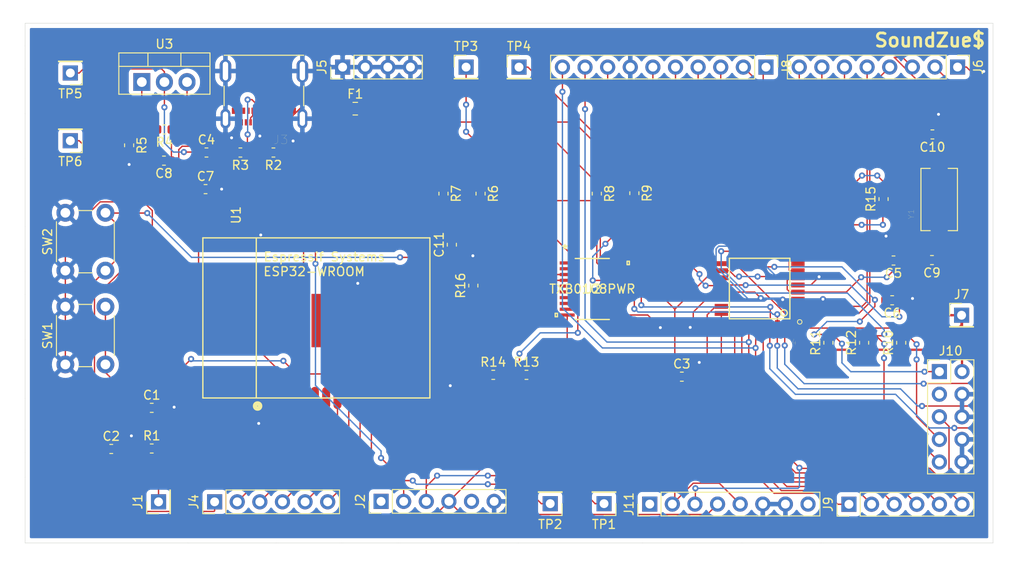
<source format=kicad_pcb>
(kicad_pcb (version 20171130) (host pcbnew "(5.1.5)-3")
  (layers (0 F.Cu signal) (31 B.Cu signal) (34 B.Paste user) (35 F.Paste user) (36 B.SilkS user) (37 F.SilkS user) (38 B.Mask user) (39 F.Mask user) (44 Edge.Cuts user))
  (net 0 "")
  (net 1 GND)
  (net 2 "Net-(C1-Pad1)")
  (net 3 +3V3)
  (net 4 +5V)
  (net 5 AREF)
  (net 6 "Net-(F1-Pad1)")
  (net 7 "Net-(J2-Pad5)")
  (net 8 "Net-(J2-Pad3)")
  (net 9 "Net-(J2-Pad2)")
  (net 10 "Net-(J2-Pad1)")
  (net 11 "Net-(J3-PadA2)")
  (net 12 "Net-(J3-PadA3)")
  (net 13 "Net-(J3-PadA5)")
  (net 14 "Net-(J3-PadA6)")
  (net 15 "Net-(J3-PadA8)")
  (net 16 "Net-(J3-PadA10)")
  (net 17 "Net-(J3-PadA11)")
  (net 18 "Net-(J3-PadB2)")
  (net 19 "Net-(J3-PadB3)")
  (net 20 "Net-(J3-PadB5)")
  (net 21 "Net-(J3-PadB6)")
  (net 22 "Net-(J3-PadB8)")
  (net 23 "Net-(J3-PadB10)")
  (net 24 "Net-(J3-PadB11)")
  (net 25 IO35)
  (net 26 IO25)
  (net 27 "Net-(J6-Pad1)")
  (net 28 "Net-(J6-Pad2)")
  (net 29 "Net-(J10-Pad1)")
  (net 30 "Net-(J10-Pad9)")
  (net 31 "Net-(J10-Pad7)")
  (net 32 SDA)
  (net 33 SCL)
  (net 34 "Net-(J10-Pad3)")
  (net 35 RESET)
  (net 36 "Net-(J11-Pad8)")
  (net 37 "Net-(J11-Pad1)")
  (net 38 "Net-(R4-Pad2)")
  (net 39 "Net-(U1-Pad37)")
  (net 40 "Net-(U1-Pad36)")
  (net 41 "Net-(U1-Pad33)")
  (net 42 "Net-(U1-Pad32)")
  (net 43 "Net-(U1-Pad31)")
  (net 44 "Net-(U1-Pad30)")
  (net 45 "Net-(U1-Pad29)")
  (net 46 "Net-(U1-Pad28)")
  (net 47 "Net-(U1-Pad27)")
  (net 48 "Net-(U1-Pad26)")
  (net 49 "Net-(U1-Pad23)")
  (net 50 "Net-(U1-Pad22)")
  (net 51 "Net-(U1-Pad21)")
  (net 52 "Net-(U1-Pad20)")
  (net 53 "Net-(U1-Pad19)")
  (net 54 "Net-(U1-Pad18)")
  (net 55 "Net-(U1-Pad17)")
  (net 56 "Net-(U1-Pad16)")
  (net 57 "Net-(U1-Pad14)")
  (net 58 "Net-(U1-Pad13)")
  (net 59 "Net-(U1-Pad12)")
  (net 60 "Net-(U1-Pad11)")
  (net 61 I033)
  (net 62 I032)
  (net 63 IO34)
  (net 64 "Net-(U1-Pad5)")
  (net 65 "Net-(U1-Pad4)")
  (net 66 "Net-(U2-Pad1)")
  (net 67 "Net-(U2-Pad5)")
  (net 68 "Net-(U2-Pad6)")
  (net 69 "Net-(U2-Pad7)")
  (net 70 "Net-(U2-Pad8)")
  (net 71 "Net-(U2-Pad9)")
  (net 72 "Net-(U2-Pad12)")
  (net 73 "Net-(U2-Pad13)")
  (net 74 "Net-(U2-Pad14)")
  (net 75 "Net-(U2-Pad15)")
  (net 76 "Net-(U2-Pad16)")
  (net 77 "Net-(U2-Pad20)")
  (net 78 "Net-(U4-Pad19)")
  (net 79 "Net-(U4-Pad22)")
  (net 80 PB7)
  (net 81 PB6)
  (net 82 IO0)
  (net 83 PD7)
  (net 84 PD6)
  (net 85 PD5)
  (net 86 PD4)
  (net 87 PD3)
  (net 88 PD2)
  (net 89 PB0)
  (net 90 PB1)
  (net 91 PB2)
  (net 92 PC0)
  (net 93 PC1)
  (net 94 PC2)
  (net 95 PC3)
  (net 96 OE)
  (net 97 "Net-(R16-Pad1)")
  (module Resistor_SMD:R_0603_1608Metric (layer F.Cu) (at 184.9628 110.7693 90)
    (fp_text reference R16 (at 0 -1.43 90) (layer F.SilkS))
    (fp_text value 5k)
    (pad 2 smd roundrect (at 0.7875 0 90) (size 0.875 0.95) (layers F.Cu F.Paste F.Mask) (net 1 GND))
    (pad 1 smd roundrect (at -0.7875 0 90) (size 0.875 0.95) (layers F.Cu F.Paste F.Mask) (net 97 "Net-(R16-Pad1)"))
  )
  (module Capacitor_SMD:C_0603_1608Metric (layer F.Cu) (at 182.5498 106.172 90)
    (fp_text reference C11 (at 0 -1.43 90) (layer F.SilkS))
    (fp_text value 1n)
    (pad 2 smd roundrect (at 0.7875 0 90) (size 0.875 0.95) (layers F.Cu F.Paste F.Mask) (net 82 IO0))
    (pad 1 smd roundrect (at -0.7875 0 90) (size 0.875 0.95) (layers F.Cu F.Paste F.Mask) (net 1 GND))
  )
  (module ESP32-footprints-Lib:ESP32-WROOM (layer F.Cu) (at 167.3352 114.4016 270)
    (fp_text reference U1 (at -11.557 9.017 90) (layer F.SilkS))
    (fp_text value ESP32-WROOM)
    (fp_text user "Espressif Systems" (at -6.858 -0.889) (layer F.SilkS))
    (fp_text user ESP32-WROOM (at -5.207 0.254) (layer F.SilkS))
    (pad 38 smd oval (at -9 5.25 270) (size 2.5 0.9) (layers F.Cu F.Paste F.Mask) (net 1 GND))
    (pad 37 smd oval (at -9 3.98 270) (size 2.5 0.9) (layers F.Cu F.Paste F.Mask) (net 39 "Net-(U1-Pad37)"))
    (pad 36 smd oval (at -9 2.71 270) (size 2.5 0.9) (layers F.Cu F.Paste F.Mask) (net 40 "Net-(U1-Pad36)"))
    (pad 35 smd oval (at -9 1.44 270) (size 2.5 0.9) (layers F.Cu F.Paste F.Mask) (net 8 "Net-(J2-Pad3)"))
    (pad 34 smd oval (at -9 0.17 270) (size 2.5 0.9) (layers F.Cu F.Paste F.Mask) (net 9 "Net-(J2-Pad2)"))
    (pad 33 smd oval (at -9 -1.1 270) (size 2.5 0.9) (layers F.Cu F.Paste F.Mask) (net 41 "Net-(U1-Pad33)"))
    (pad 32 smd oval (at -9 -2.37 270) (size 2.5 0.9) (layers F.Cu F.Paste F.Mask) (net 42 "Net-(U1-Pad32)"))
    (pad 31 smd oval (at -9 -3.64 270) (size 2.5 0.9) (layers F.Cu F.Paste F.Mask) (net 43 "Net-(U1-Pad31)"))
    (pad 30 smd oval (at -9 -4.91 270) (size 2.5 0.9) (layers F.Cu F.Paste F.Mask) (net 44 "Net-(U1-Pad30)"))
    (pad 29 smd oval (at -9 -6.18 270) (size 2.5 0.9) (layers F.Cu F.Paste F.Mask) (net 45 "Net-(U1-Pad29)"))
    (pad 28 smd oval (at -9 -7.45 270) (size 2.5 0.9) (layers F.Cu F.Paste F.Mask) (net 46 "Net-(U1-Pad28)"))
    (pad 27 smd oval (at -9 -8.72 270) (size 2.5 0.9) (layers F.Cu F.Paste F.Mask) (net 47 "Net-(U1-Pad27)"))
    (pad 26 smd oval (at -9 -9.99 270) (size 2.5 0.9) (layers F.Cu F.Paste F.Mask) (net 48 "Net-(U1-Pad26)"))
    (pad 25 smd oval (at -9 -11.26 270) (size 2.5 0.9) (layers F.Cu F.Paste F.Mask) (net 82 IO0))
    (pad 24 smd oval (at -5.715 -12.75 270) (size 0.9 2.5) (layers F.Cu F.Paste F.Mask) (net 97 "Net-(R16-Pad1)"))
    (pad 23 smd oval (at -4.445 -12.75 270) (size 0.9 2.5) (layers F.Cu F.Paste F.Mask) (net 49 "Net-(U1-Pad23)"))
    (pad 22 smd oval (at -3.175 -12.75 270) (size 0.9 2.5) (layers F.Cu F.Paste F.Mask) (net 50 "Net-(U1-Pad22)"))
    (pad 21 smd oval (at -1.905 -12.75 270) (size 0.9 2.5) (layers F.Cu F.Paste F.Mask) (net 51 "Net-(U1-Pad21)"))
    (pad 20 smd oval (at -0.635 -12.75 270) (size 0.9 2.5) (layers F.Cu F.Paste F.Mask) (net 52 "Net-(U1-Pad20)"))
    (pad 19 smd oval (at 0.635 -12.75 270) (size 0.9 2.5) (layers F.Cu F.Paste F.Mask) (net 53 "Net-(U1-Pad19)"))
    (pad 18 smd oval (at 1.905 -12.75 270) (size 0.9 2.5) (layers F.Cu F.Paste F.Mask) (net 54 "Net-(U1-Pad18)"))
    (pad 17 smd oval (at 3.175 -12.75 270) (size 0.9 2.5) (layers F.Cu F.Paste F.Mask) (net 55 "Net-(U1-Pad17)"))
    (pad 16 smd oval (at 4.445 -12.75 270) (size 0.9 2.5) (layers F.Cu F.Paste F.Mask) (net 56 "Net-(U1-Pad16)"))
    (pad 15 smd oval (at 5.715 -12.75 270) (size 0.9 2.5) (layers F.Cu F.Paste F.Mask) (net 1 GND))
    (pad 14 smd oval (at 9 -11.26 270) (size 2.5 0.9) (layers F.Cu F.Paste F.Mask) (net 57 "Net-(U1-Pad14)"))
    (pad 13 smd oval (at 9 -9.99 270) (size 2.5 0.9) (layers F.Cu F.Paste F.Mask) (net 58 "Net-(U1-Pad13)"))
    (pad 12 smd oval (at 9 -8.72 270) (size 2.5 0.9) (layers F.Cu F.Paste F.Mask) (net 59 "Net-(U1-Pad12)"))
    (pad 11 smd oval (at 9 -7.45 270) (size 2.5 0.9) (layers F.Cu F.Paste F.Mask) (net 60 "Net-(U1-Pad11)"))
    (pad 10 smd oval (at 9 -6.18 270) (size 2.5 0.9) (layers F.Cu F.Paste F.Mask) (net 26 IO25))
    (pad 9 smd oval (at 9 -4.91 270) (size 2.5 0.9) (layers F.Cu F.Paste F.Mask) (net 61 I033))
    (pad 8 smd oval (at 9 -3.64 270) (size 2.5 0.9) (layers F.Cu F.Paste F.Mask) (net 62 I032))
    (pad 7 smd oval (at 9 -2.37 270) (size 2.5 0.9) (layers F.Cu F.Paste F.Mask) (net 25 IO35))
    (pad 6 smd oval (at 9 -1.1 270) (size 2.5 0.9) (layers F.Cu F.Paste F.Mask) (net 63 IO34))
    (pad 5 smd oval (at 9 0.17 270) (size 2.5 0.9) (layers F.Cu F.Paste F.Mask) (net 64 "Net-(U1-Pad5)"))
    (pad 4 smd oval (at 9 1.44 270) (size 2.5 0.9) (layers F.Cu F.Paste F.Mask) (net 65 "Net-(U1-Pad4)"))
    (pad 3 smd oval (at 9 2.71 270) (size 2.5 0.9) (layers F.Cu F.Paste F.Mask) (net 2 "Net-(C1-Pad1)"))
    (pad 2 smd oval (at 9 3.98 270) (size 2.5 0.9) (layers F.Cu F.Paste F.Mask) (net 3 +3V3))
    (pad 1 smd oval (at 9 5.25 270) (size 2.5 0.9) (layers F.Cu F.Paste F.Mask) (net 1 GND))
    (pad 39 smd rect (at 0.3 -2.45 270) (size 6 6) (layers F.Cu F.Paste F.Mask) (net 1 GND))
  )
  (module Button_Switch_THT:SW_PUSH_6mm (layer F.Cu) (at 139.1412 109.084 90)
    (fp_text reference SW2 (at 3.25 -2 90) (layer F.SilkS))
    (fp_text value ID0)
    (pad 1 thru_hole circle (at 6.5 0 180) (size 2 2) (drill 1.1) (layers *.Cu *.Mask) (net 1 GND))
    (pad 2 thru_hole circle (at 6.5 4.5 180) (size 2 2) (drill 1.1) (layers *.Cu *.Mask) (net 82 IO0))
    (pad 1 thru_hole circle (at 0 0 180) (size 2 2) (drill 1.1) (layers *.Cu *.Mask) (net 1 GND))
    (pad 2 thru_hole circle (at 0 4.5 180) (size 2 2) (drill 1.1) (layers *.Cu *.Mask) (net 82 IO0))
  )
  (module Button_Switch_THT:SW_PUSH_6mm (layer F.Cu) (at 139.1412 119.634 90)
    (fp_text reference SW1 (at 3.25 -2 90) (layer F.SilkS))
    (fp_text value EN)
    (pad 1 thru_hole circle (at 6.5 0 180) (size 2 2) (drill 1.1) (layers *.Cu *.Mask) (net 1 GND))
    (pad 2 thru_hole circle (at 6.5 4.5 180) (size 2 2) (drill 1.1) (layers *.Cu *.Mask) (net 2 "Net-(C1-Pad1)"))
    (pad 1 thru_hole circle (at 0 0 180) (size 2 2) (drill 1.1) (layers *.Cu *.Mask) (net 1 GND))
    (pad 2 thru_hole circle (at 0 4.5 180) (size 2 2) (drill 1.1) (layers *.Cu *.Mask) (net 2 "Net-(C1-Pad1)"))
  )
  (module Capacitor_SMD:C_0603_1608Metric (layer F.Cu) (at 148.844 124.5108)
    (fp_text reference C1 (at 0 -1.43) (layer F.SilkS))
    (fp_text value 0.1uF)
    (pad 2 smd roundrect (at 0.7875 0) (size 0.875 0.95) (layers F.Cu F.Paste F.Mask) (net 1 GND))
    (pad 1 smd roundrect (at -0.7875 0) (size 0.875 0.95) (layers F.Cu F.Paste F.Mask) (net 2 "Net-(C1-Pad1)"))
  )
  (module Capacitor_SMD:C_0603_1608Metric (layer F.Cu) (at 144.2973 129.1336)
    (fp_text reference C2 (at 0 -1.43) (layer F.SilkS))
    (fp_text value 0.1uF)
    (pad 1 smd roundrect (at -0.7875 0) (size 0.875 0.95) (layers F.Cu F.Paste F.Mask) (net 3 +3V3))
    (pad 2 smd roundrect (at 0.7875 0) (size 0.875 0.95) (layers F.Cu F.Paste F.Mask) (net 1 GND))
  )
  (module Capacitor_SMD:C_0603_1608Metric (layer F.Cu) (at 208.3816 121.0056)
    (fp_text reference C3 (at 0 -1.43) (layer F.SilkS))
    (fp_text value 0.1uF)
    (pad 2 smd roundrect (at 0.7875 0) (size 0.875 0.95) (layers F.Cu F.Paste F.Mask) (net 1 GND))
    (pad 1 smd roundrect (at -0.7875 0) (size 0.875 0.95) (layers F.Cu F.Paste F.Mask) (net 4 +5V))
  )
  (module Capacitor_SMD:C_0603_1608Metric (layer F.Cu) (at 154.9908 95.8088)
    (fp_text reference C4 (at 0 -1.43) (layer F.SilkS))
    (fp_text value 100uF)
    (pad 1 smd roundrect (at -0.7875 0) (size 0.875 0.95) (layers F.Cu F.Paste F.Mask) (net 4 +5V))
    (pad 2 smd roundrect (at 0.7875 0) (size 0.875 0.95) (layers F.Cu F.Paste F.Mask) (net 1 GND))
  )
  (module Capacitor_SMD:C_0603_1608Metric (layer F.Cu) (at 232.156 107.95 180)
    (fp_text reference C5 (at 0 -1.43) (layer F.SilkS))
    (fp_text value 0.1nF)
    (pad 2 smd roundrect (at 0.7875 0 180) (size 0.875 0.95) (layers F.Cu F.Paste F.Mask) (net 1 GND))
    (pad 1 smd roundrect (at -0.7875 0 180) (size 0.875 0.95) (layers F.Cu F.Paste F.Mask) (net 4 +5V))
  )
  (module Capacitor_SMD:C_0603_1608Metric (layer F.Cu) (at 232.0036 112.4204 180)
    (fp_text reference C6 (at 0 -1.43) (layer F.SilkS))
    (fp_text value 100nF)
    (pad 1 smd roundrect (at -0.7875 0 180) (size 0.875 0.95) (layers F.Cu F.Paste F.Mask) (net 5 AREF))
    (pad 2 smd roundrect (at 0.7875 0 180) (size 0.875 0.95) (layers F.Cu F.Paste F.Mask) (net 1 GND))
  )
  (module Capacitor_SMD:C_0603_1608Metric (layer F.Cu) (at 154.8892 99.9236)
    (fp_text reference C7 (at 0 -1.43) (layer F.SilkS))
    (fp_text value 10uF)
    (pad 2 smd roundrect (at 0.7875 0) (size 0.875 0.95) (layers F.Cu F.Paste F.Mask) (net 1 GND))
    (pad 1 smd roundrect (at -0.7875 0) (size 0.875 0.95) (layers F.Cu F.Paste F.Mask) (net 3 +3V3))
  )
  (module Capacitor_SMD:C_0603_1608Metric (layer F.Cu) (at 150.2156 96.7232 180)
    (fp_text reference C8 (at 0 -1.43) (layer F.SilkS))
    (fp_text value 0.1uF)
    (pad 1 smd roundrect (at -0.7875 0 180) (size 0.875 0.95) (layers F.Cu F.Paste F.Mask) (net 3 +3V3))
    (pad 2 smd roundrect (at 0.7875 0 180) (size 0.875 0.95) (layers F.Cu F.Paste F.Mask) (net 1 GND))
  )
  (module Capacitor_SMD:C_0603_1608Metric (layer F.Cu) (at 236.474 107.8992 180)
    (fp_text reference C9 (at 0 -1.43) (layer F.SilkS))
    (fp_text value 20pf)
    (pad 2 smd roundrect (at 0.7875 0 180) (size 0.875 0.95) (layers F.Cu F.Paste F.Mask) (net 1 GND))
    (pad 1 smd roundrect (at -0.7875 0 180) (size 0.875 0.95) (layers F.Cu F.Paste F.Mask) (net 80 PB7))
  )
  (module Capacitor_SMD:C_0603_1608Metric (layer F.Cu) (at 236.5248 93.7768 180)
    (fp_text reference C10 (at 0 -1.43) (layer F.SilkS))
    (fp_text value 20pf)
    (pad 1 smd roundrect (at -0.7875 0 180) (size 0.875 0.95) (layers F.Cu F.Paste F.Mask) (net 81 PB6))
    (pad 2 smd roundrect (at 0.7875 0 180) (size 0.875 0.95) (layers F.Cu F.Paste F.Mask) (net 1 GND))
  )
  (module Fuse:Fuse_0805_2012Metric (layer F.Cu) (at 171.704 90.8812)
    (fp_text reference F1 (at 0 -1.65) (layer F.SilkS))
    (fp_text value "5.5V 3A Resettable Fuse")
    (pad 1 smd roundrect (at -0.9375 0) (size 0.975 1.4) (layers F.Cu F.Paste F.Mask) (net 6 "Net-(F1-Pad1)"))
    (pad 2 smd roundrect (at 0.9375 0) (size 0.975 1.4) (layers F.Cu F.Paste F.Mask) (net 4 +5V))
  )
  (module Connector_PinHeader_2.54mm:PinHeader_1x01_P2.54mm_Vertical (layer F.Cu) (at 149.606 135.0772 90)
    (fp_text reference J1 (at 0 -2.33 90) (layer F.SilkS))
    (fp_text value 3.3_Direct)
    (pad 1 thru_hole rect (at 0 0 90) (size 1.7 1.7) (drill 1) (layers *.Cu *.Mask) (net 3 +3V3))
  )
  (module Connector_PinHeader_2.54mm:PinHeader_1x06_P2.54mm_Vertical (layer F.Cu) (at 174.5996 135.0264 90)
    (fp_text reference J2 (at 0 -2.33 90) (layer F.SilkS))
    (fp_text value FTDI)
    (pad 1 thru_hole rect (at 0 0 90) (size 1.7 1.7) (drill 1) (layers *.Cu *.Mask) (net 10 "Net-(J2-Pad1)"))
    (pad 2 thru_hole oval (at 0 2.54 90) (size 1.7 1.7) (drill 1) (layers *.Cu *.Mask) (net 9 "Net-(J2-Pad2)"))
    (pad 3 thru_hole oval (at 0 5.08 90) (size 1.7 1.7) (drill 1) (layers *.Cu *.Mask) (net 8 "Net-(J2-Pad3)"))
    (pad 4 thru_hole oval (at 0 7.62 90) (size 1.7 1.7) (drill 1) (layers *.Cu *.Mask) (net 3 +3V3))
    (pad 5 thru_hole oval (at 0 10.16 90) (size 1.7 1.7) (drill 1) (layers *.Cu *.Mask) (net 7 "Net-(J2-Pad5)"))
    (pad 6 thru_hole oval (at 0 12.7 90) (size 1.7 1.7) (drill 1) (layers *.Cu *.Mask) (net 1 GND))
  )
  (module "USB Receptale:MOLEX_105450-0101" (layer F.Cu) (at 161.4424 88.646 180)
    (fp_text reference J3 (at -1.899125 -5.722835) (layer F.SilkS) (effects (font (size 1.003598 1.003598) (thickness 0.015))))
    (fp_text value 105450-0101)
    (pad A1 smd rect (at -3 -3.77 180) (size 0.3 0.7) (layers F.Cu F.Paste F.Mask) (net 1 GND))
    (pad A2 smd rect (at -2.5 -3.77 180) (size 0.3 0.7) (layers F.Cu F.Paste F.Mask) (net 11 "Net-(J3-PadA2)"))
    (pad A3 smd rect (at -2 -3.77 180) (size 0.3 0.7) (layers F.Cu F.Paste F.Mask) (net 12 "Net-(J3-PadA3)"))
    (pad A4 smd rect (at -1.5 -3.77 180) (size 0.3 0.7) (layers F.Cu F.Paste F.Mask) (net 6 "Net-(F1-Pad1)"))
    (pad A5 smd rect (at -1 -3.77 180) (size 0.3 0.7) (layers F.Cu F.Paste F.Mask) (net 13 "Net-(J3-PadA5)"))
    (pad A6 smd rect (at -0.5 -3.77 180) (size 0.3 0.7) (layers F.Cu F.Paste F.Mask) (net 14 "Net-(J3-PadA6)"))
    (pad A7 smd rect (at 0.5 -3.77 180) (size 0.3 0.7) (layers F.Cu F.Paste F.Mask) (net 14 "Net-(J3-PadA6)"))
    (pad A8 smd rect (at 1 -3.77 180) (size 0.3 0.7) (layers F.Cu F.Paste F.Mask) (net 15 "Net-(J3-PadA8)"))
    (pad A9 smd rect (at 1.5 -3.77 180) (size 0.3 0.7) (layers F.Cu F.Paste F.Mask) (net 6 "Net-(F1-Pad1)"))
    (pad A10 smd rect (at 2 -3.77 180) (size 0.3 0.7) (layers F.Cu F.Paste F.Mask) (net 16 "Net-(J3-PadA10)"))
    (pad A11 smd rect (at 2.5 -3.77 180) (size 0.3 0.7) (layers F.Cu F.Paste F.Mask) (net 17 "Net-(J3-PadA11)"))
    (pad A12 smd rect (at 3 -3.77 180) (size 0.3 0.7) (layers F.Cu F.Paste F.Mask) (net 1 GND))
    (pad B1 smd rect (at 3.1 -2.47 180) (size 1 0.7) (layers F.Cu F.Paste F.Mask) (net 1 GND))
    (pad B2 smd rect (at 2.25 -2.47 180) (size 0.3 0.7) (layers F.Cu F.Paste F.Mask) (net 18 "Net-(J3-PadB2)"))
    (pad B3 smd rect (at 1.75 -2.47 180) (size 0.3 0.7) (layers F.Cu F.Paste F.Mask) (net 19 "Net-(J3-PadB3)"))
    (pad B4 smd rect (at 1.25 -2.47 180) (size 0.3 0.7) (layers F.Cu F.Paste F.Mask) (net 6 "Net-(F1-Pad1)"))
    (pad B5 smd rect (at 0.75 -2.47 180) (size 0.3 0.7) (layers F.Cu F.Paste F.Mask) (net 20 "Net-(J3-PadB5)"))
    (pad B6 smd rect (at 0.25 -2.47 180) (size 0.3 0.7) (layers F.Cu F.Paste F.Mask) (net 21 "Net-(J3-PadB6)"))
    (pad B7 smd rect (at -0.25 -2.47 180) (size 0.3 0.7) (layers F.Cu F.Paste F.Mask) (net 21 "Net-(J3-PadB6)"))
    (pad B8 smd rect (at -0.75 -2.47 180) (size 0.3 0.7) (layers F.Cu F.Paste F.Mask) (net 22 "Net-(J3-PadB8)"))
    (pad B9 smd rect (at -1.25 -2.47 180) (size 0.3 0.7) (layers F.Cu F.Paste F.Mask) (net 6 "Net-(F1-Pad1)"))
    (pad B10 smd rect (at -1.75 -2.47 180) (size 0.3 0.7) (layers F.Cu F.Paste F.Mask) (net 23 "Net-(J3-PadB10)"))
    (pad B11 smd rect (at -2.25 -2.47 180) (size 0.3 0.7) (layers F.Cu F.Paste F.Mask) (net 24 "Net-(J3-PadB11)"))
    (pad B12 smd rect (at -3.1 -2.47 180) (size 1 0.7) (layers F.Cu F.Paste F.Mask) (net 1 GND))
    (pad S1 thru_hole oval (at -4.32 -3.36 180) (size 1.1 2.2) (drill oval 0.6 1.6) (layers *.Cu *.Mask) (net 1 GND))
    (pad S2 thru_hole oval (at 4.32 -3.36 180) (size 1.1 2.2) (drill oval 0.6 1.6) (layers *.Cu *.Mask) (net 1 GND))
    (pad S3 thru_hole oval (at -4.32 2 180) (size 1.3 2.6) (drill oval 0.6 2.1) (layers *.Cu *.Mask) (net 1 GND))
    (pad S4 thru_hole oval (at 4.32 2 180) (size 1.3 2.6) (drill oval 0.6 2.1) (layers *.Cu *.Mask) (net 1 GND))
  )
  (module Connector_PinHeader_2.54mm:PinHeader_1x06_P2.54mm_Vertical (layer F.Cu) (at 155.9052 135.0772 90)
    (fp_text reference J4 (at 0 -2.33 90) (layer F.SilkS))
    (fp_text value I/O_TEST)
    (pad 6 thru_hole oval (at 0 12.7 90) (size 1.7 1.7) (drill 1) (layers *.Cu *.Mask) (net 26 IO25))
    (pad 5 thru_hole oval (at 0 10.16 90) (size 1.7 1.7) (drill 1) (layers *.Cu *.Mask) (net 61 I033))
    (pad 4 thru_hole oval (at 0 7.62 90) (size 1.7 1.7) (drill 1) (layers *.Cu *.Mask) (net 62 I032))
    (pad 3 thru_hole oval (at 0 5.08 90) (size 1.7 1.7) (drill 1) (layers *.Cu *.Mask) (net 25 IO35))
    (pad 2 thru_hole oval (at 0 2.54 90) (size 1.7 1.7) (drill 1) (layers *.Cu *.Mask) (net 63 IO34))
    (pad 1 thru_hole rect (at 0 0 90) (size 1.7 1.7) (drill 1) (layers *.Cu *.Mask) (net 82 IO0))
  )
  (module Connector_PinHeader_2.54mm:PinHeader_1x04_P2.54mm_Vertical (layer F.Cu) (at 170.2816 86.2076 90)
    (fp_text reference J5 (at 0 -2.33 90) (layer F.SilkS))
    (fp_text value GND_test)
    (pad 1 thru_hole rect (at 0 0 90) (size 1.7 1.7) (drill 1) (layers *.Cu *.Mask) (net 1 GND))
    (pad 2 thru_hole oval (at 0 2.54 90) (size 1.7 1.7) (drill 1) (layers *.Cu *.Mask) (net 1 GND))
    (pad 3 thru_hole oval (at 0 5.08 90) (size 1.7 1.7) (drill 1) (layers *.Cu *.Mask) (net 1 GND))
    (pad 4 thru_hole oval (at 0 7.62 90) (size 1.7 1.7) (drill 1) (layers *.Cu *.Mask) (net 1 GND))
  )
  (module Connector_PinHeader_2.54mm:PinHeader_1x08_P2.54mm_Vertical (layer F.Cu) (at 239.35 86.2 270)
    (fp_text reference J6 (at 0 -2.33 90) (layer F.SilkS))
    (fp_text value "I/0 L")
    (pad 8 thru_hole oval (at 0 17.78 270) (size 1.7 1.7) (drill 1) (layers *.Cu *.Mask) (net 83 PD7))
    (pad 7 thru_hole oval (at 0 15.24 270) (size 1.7 1.7) (drill 1) (layers *.Cu *.Mask) (net 84 PD6))
    (pad 6 thru_hole oval (at 0 12.7 270) (size 1.7 1.7) (drill 1) (layers *.Cu *.Mask) (net 85 PD5))
    (pad 5 thru_hole oval (at 0 10.16 270) (size 1.7 1.7) (drill 1) (layers *.Cu *.Mask) (net 86 PD4))
    (pad 4 thru_hole oval (at 0 7.62 270) (size 1.7 1.7) (drill 1) (layers *.Cu *.Mask) (net 87 PD3))
    (pad 3 thru_hole oval (at 0 5.08 270) (size 1.7 1.7) (drill 1) (layers *.Cu *.Mask) (net 88 PD2))
    (pad 2 thru_hole oval (at 0 2.54 270) (size 1.7 1.7) (drill 1) (layers *.Cu *.Mask) (net 28 "Net-(J6-Pad2)"))
    (pad 1 thru_hole rect (at 0 0 270) (size 1.7 1.7) (drill 1) (layers *.Cu *.Mask) (net 27 "Net-(J6-Pad1)"))
  )
  (module Connector_PinHeader_2.54mm:PinHeader_1x01_P2.54mm_Vertical (layer F.Cu) (at 239.8 114.1)
    (fp_text reference J7 (at 0 -2.33) (layer F.SilkS))
    (fp_text value 5V_Direct)
    (pad 1 thru_hole rect (at 0 0) (size 1.7 1.7) (drill 1) (layers *.Cu *.Mask) (net 4 +5V))
  )
  (module Connector_PinHeader_2.54mm:PinHeader_1x10_P2.54mm_Vertical (layer F.Cu) (at 217.8304 86.2076 270)
    (fp_text reference J8 (at 0 -2.33 90) (layer F.SilkS))
    (fp_text value "I/O H")
    (pad 10 thru_hole oval (at 0 22.86 270) (size 1.7 1.7) (drill 1) (layers *.Cu *.Mask) (net 33 SCL))
    (pad 9 thru_hole oval (at 0 20.32 270) (size 1.7 1.7) (drill 1) (layers *.Cu *.Mask) (net 32 SDA))
    (pad 8 thru_hole oval (at 0 17.78 270) (size 1.7 1.7) (drill 1) (layers *.Cu *.Mask) (net 5 AREF))
    (pad 7 thru_hole oval (at 0 15.24 270) (size 1.7 1.7) (drill 1) (layers *.Cu *.Mask) (net 1 GND))
    (pad 6 thru_hole oval (at 0 12.7 270) (size 1.7 1.7) (drill 1) (layers *.Cu *.Mask) (net 31 "Net-(J10-Pad7)"))
    (pad 5 thru_hole oval (at 0 10.16 270) (size 1.7 1.7) (drill 1) (layers *.Cu *.Mask) (net 30 "Net-(J10-Pad9)"))
    (pad 4 thru_hole oval (at 0 7.62 270) (size 1.7 1.7) (drill 1) (layers *.Cu *.Mask) (net 29 "Net-(J10-Pad1)"))
    (pad 3 thru_hole oval (at 0 5.08 270) (size 1.7 1.7) (drill 1) (layers *.Cu *.Mask) (net 91 PB2))
    (pad 2 thru_hole oval (at 0 2.54 270) (size 1.7 1.7) (drill 1) (layers *.Cu *.Mask) (net 90 PB1))
    (pad 1 thru_hole rect (at 0 0 270) (size 1.7 1.7) (drill 1) (layers *.Cu *.Mask) (net 89 PB0))
  )
  (module Connector_PinHeader_2.54mm:PinHeader_1x06_P2.54mm_Vertical (layer F.Cu) (at 227.15 135.35 90)
    (fp_text reference J9 (at 0 -2.33 90) (layer F.SilkS))
    (fp_text value AD)
    (pad 1 thru_hole rect (at 0 0 90) (size 1.7 1.7) (drill 1) (layers *.Cu *.Mask) (net 92 PC0))
    (pad 2 thru_hole oval (at 0 2.54 90) (size 1.7 1.7) (drill 1) (layers *.Cu *.Mask) (net 93 PC1))
    (pad 3 thru_hole oval (at 0 5.08 90) (size 1.7 1.7) (drill 1) (layers *.Cu *.Mask) (net 94 PC2))
    (pad 4 thru_hole oval (at 0 7.62 90) (size 1.7 1.7) (drill 1) (layers *.Cu *.Mask) (net 95 PC3))
    (pad 5 thru_hole oval (at 0 10.16 90) (size 1.7 1.7) (drill 1) (layers *.Cu *.Mask) (net 32 SDA))
    (pad 6 thru_hole oval (at 0 12.7 90) (size 1.7 1.7) (drill 1) (layers *.Cu *.Mask) (net 33 SCL))
  )
  (module Connector_PinHeader_2.54mm:PinHeader_2x05_P2.54mm_Vertical (layer F.Cu) (at 237.31 120.44)
    (fp_text reference J10 (at 1.27 -2.33) (layer F.SilkS))
    (fp_text value AVR-ISP-10)
    (pad 1 thru_hole rect (at 0 0) (size 1.7 1.7) (drill 1) (layers *.Cu *.Mask) (net 29 "Net-(J10-Pad1)"))
    (pad 2 thru_hole oval (at 2.54 0) (size 1.7 1.7) (drill 1) (layers *.Cu *.Mask) (net 4 +5V))
    (pad 3 thru_hole oval (at 0 2.54) (size 1.7 1.7) (drill 1) (layers *.Cu *.Mask) (net 34 "Net-(J10-Pad3)"))
    (pad 4 thru_hole oval (at 2.54 2.54) (size 1.7 1.7) (drill 1) (layers *.Cu *.Mask) (net 1 GND))
    (pad 5 thru_hole oval (at 0 5.08) (size 1.7 1.7) (drill 1) (layers *.Cu *.Mask) (net 35 RESET))
    (pad 6 thru_hole oval (at 2.54 5.08) (size 1.7 1.7) (drill 1) (layers *.Cu *.Mask) (net 1 GND))
    (pad 7 thru_hole oval (at 0 7.62) (size 1.7 1.7) (drill 1) (layers *.Cu *.Mask) (net 31 "Net-(J10-Pad7)"))
    (pad 8 thru_hole oval (at 2.54 7.62) (size 1.7 1.7) (drill 1) (layers *.Cu *.Mask) (net 1 GND))
    (pad 9 thru_hole oval (at 0 10.16) (size 1.7 1.7) (drill 1) (layers *.Cu *.Mask) (net 30 "Net-(J10-Pad9)"))
    (pad 10 thru_hole oval (at 2.54 10.16) (size 1.7 1.7) (drill 1) (layers *.Cu *.Mask) (net 1 GND))
  )
  (module Connector_PinHeader_2.54mm:PinHeader_1x08_P2.54mm_Vertical (layer F.Cu) (at 204.7748 135.3312 90)
    (fp_text reference J11 (at 0 -2.33 90) (layer F.SilkS))
    (fp_text value PWR)
    (pad 8 thru_hole oval (at 0 17.78 90) (size 1.7 1.7) (drill 1) (layers *.Cu *.Mask) (net 36 "Net-(J11-Pad8)"))
    (pad 7 thru_hole oval (at 0 15.24 90) (size 1.7 1.7) (drill 1) (layers *.Cu *.Mask) (net 1 GND))
    (pad 6 thru_hole oval (at 0 12.7 90) (size 1.7 1.7) (drill 1) (layers *.Cu *.Mask) (net 1 GND))
    (pad 5 thru_hole oval (at 0 10.16 90) (size 1.7 1.7) (drill 1) (layers *.Cu *.Mask) (net 4 +5V))
    (pad 4 thru_hole oval (at 0 7.62 90) (size 1.7 1.7) (drill 1) (layers *.Cu *.Mask) (net 3 +3V3))
    (pad 3 thru_hole oval (at 0 5.08 90) (size 1.7 1.7) (drill 1) (layers *.Cu *.Mask) (net 35 RESET))
    (pad 2 thru_hole oval (at 0 2.54 90) (size 1.7 1.7) (drill 1) (layers *.Cu *.Mask) (net 4 +5V))
    (pad 1 thru_hole rect (at 0 0 90) (size 1.7 1.7) (drill 1) (layers *.Cu *.Mask) (net 37 "Net-(J11-Pad1)"))
  )
  (module Resistor_SMD:R_0603_1608Metric (layer F.Cu) (at 148.844 129.0828)
    (fp_text reference R1 (at 0 -1.43) (layer F.SilkS))
    (fp_text value 10k)
    (pad 1 smd roundrect (at -0.7875 0) (size 0.875 0.95) (layers F.Cu F.Paste F.Mask) (net 2 "Net-(C1-Pad1)"))
    (pad 2 smd roundrect (at 0.7875 0) (size 0.875 0.95) (layers F.Cu F.Paste F.Mask) (net 3 +3V3))
  )
  (module Resistor_SMD:R_0603_1608Metric (layer F.Cu) (at 162.5092 95.8088 180)
    (fp_text reference R2 (at 0 -1.43) (layer F.SilkS))
    (fp_text value 5.1k)
    (pad 1 smd roundrect (at -0.7875 0 180) (size 0.875 0.95) (layers F.Cu F.Paste F.Mask) (net 13 "Net-(J3-PadA5)"))
    (pad 2 smd roundrect (at 0.7875 0 180) (size 0.875 0.95) (layers F.Cu F.Paste F.Mask) (net 1 GND))
  )
  (module Resistor_SMD:R_0603_1608Metric (layer F.Cu) (at 158.8008 95.8088 180)
    (fp_text reference R3 (at 0 -1.43) (layer F.SilkS))
    (fp_text value 5.1k)
    (pad 2 smd roundrect (at 0.7875 0 180) (size 0.875 0.95) (layers F.Cu F.Paste F.Mask) (net 1 GND))
    (pad 1 smd roundrect (at -0.7875 0 180) (size 0.875 0.95) (layers F.Cu F.Paste F.Mask) (net 20 "Net-(J3-PadB5)"))
  )
  (module Resistor_SMD:R_0603_1608Metric (layer F.Cu) (at 150.2664 93.218 180)
    (fp_text reference R4 (at 0 -1.43) (layer F.SilkS))
    (fp_text value 240)
    (pad 1 smd roundrect (at -0.7875 0 180) (size 0.875 0.95) (layers F.Cu F.Paste F.Mask) (net 3 +3V3))
    (pad 2 smd roundrect (at 0.7875 0 180) (size 0.875 0.95) (layers F.Cu F.Paste F.Mask) (net 38 "Net-(R4-Pad2)"))
  )
  (module Resistor_SMD:R_0603_1608Metric (layer F.Cu) (at 146.304 94.996 270)
    (fp_text reference R5 (at 0 -1.43 90) (layer F.SilkS))
    (fp_text value 400)
    (pad 2 smd roundrect (at 0.7875 0 270) (size 0.875 0.95) (layers F.Cu F.Paste F.Mask) (net 1 GND))
    (pad 1 smd roundrect (at -0.7875 0 270) (size 0.875 0.95) (layers F.Cu F.Paste F.Mask) (net 38 "Net-(R4-Pad2)"))
  )
  (module Resistor_SMD:R_0603_1608Metric (layer F.Cu) (at 185.7756 100.4316 270)
    (fp_text reference R6 (at 0 -1.43 90) (layer F.SilkS))
    (fp_text value 5k)
    (pad 2 smd roundrect (at 0.7875 0 270) (size 0.875 0.95) (layers F.Cu F.Paste F.Mask) (net 8 "Net-(J2-Pad3)"))
    (pad 1 smd roundrect (at -0.7875 0 270) (size 0.875 0.95) (layers F.Cu F.Paste F.Mask) (net 3 +3V3))
  )
  (module Resistor_SMD:R_0603_1608Metric (layer F.Cu) (at 181.61 100.4316 270)
    (fp_text reference R7 (at 0 -1.43 90) (layer F.SilkS))
    (fp_text value 5k)
    (pad 1 smd roundrect (at -0.7875 0 270) (size 0.875 0.95) (layers F.Cu F.Paste F.Mask) (net 3 +3V3))
    (pad 2 smd roundrect (at 0.7875 0 270) (size 0.875 0.95) (layers F.Cu F.Paste F.Mask) (net 9 "Net-(J2-Pad2)"))
  )
  (module Resistor_SMD:R_0603_1608Metric (layer F.Cu) (at 198.8312 100.4316 270)
    (fp_text reference R8 (at 0 -1.43 90) (layer F.SilkS))
    (fp_text value 5k)
    (pad 2 smd roundrect (at 0.7875 0 270) (size 0.875 0.95) (layers F.Cu F.Paste F.Mask) (net 27 "Net-(J6-Pad1)"))
    (pad 1 smd roundrect (at -0.7875 0 270) (size 0.875 0.95) (layers F.Cu F.Paste F.Mask) (net 4 +5V))
  )
  (module Resistor_SMD:R_0603_1608Metric (layer F.Cu) (at 203.0476 100.3808 270)
    (fp_text reference R9 (at 0 -1.43 90) (layer F.SilkS))
    (fp_text value 5k)
    (pad 2 smd roundrect (at 0.7875 0 270) (size 0.875 0.95) (layers F.Cu F.Paste F.Mask) (net 28 "Net-(J6-Pad2)"))
    (pad 1 smd roundrect (at -0.7875 0 270) (size 0.875 0.95) (layers F.Cu F.Paste F.Mask) (net 4 +5V))
  )
  (module Resistor_SMD:R_0603_1608Metric (layer F.Cu) (at 233.0196 117.1956 90)
    (fp_text reference R10 (at 0 -1.43 90) (layer F.SilkS))
    (fp_text value 5k)
    (pad 1 smd roundrect (at -0.7875 0 90) (size 0.875 0.95) (layers F.Cu F.Paste F.Mask) (net 4 +5V))
    (pad 2 smd roundrect (at 0.7875 0 90) (size 0.875 0.95) (layers F.Cu F.Paste F.Mask) (net 31 "Net-(J10-Pad7)"))
  )
  (module Resistor_SMD:R_0603_1608Metric (layer F.Cu) (at 224.8408 117.1956 90)
    (fp_text reference R11 (at 0 -1.43 90) (layer F.SilkS))
    (fp_text value 5k)
    (pad 1 smd roundrect (at -0.7875 0 90) (size 0.875 0.95) (layers F.Cu F.Paste F.Mask) (net 4 +5V))
    (pad 2 smd roundrect (at 0.7875 0 90) (size 0.875 0.95) (layers F.Cu F.Paste F.Mask) (net 29 "Net-(J10-Pad1)"))
  )
  (module Resistor_SMD:R_0603_1608Metric (layer F.Cu) (at 228.854 117.1956 90)
    (fp_text reference R12 (at 0 -1.43 90) (layer F.SilkS))
    (fp_text value 5k)
    (pad 2 smd roundrect (at 0.7875 0 90) (size 0.875 0.95) (layers F.Cu F.Paste F.Mask) (net 30 "Net-(J10-Pad9)"))
    (pad 1 smd roundrect (at -0.7875 0 90) (size 0.875 0.95) (layers F.Cu F.Paste F.Mask) (net 4 +5V))
  )
  (module Resistor_SMD:R_0603_1608Metric (layer F.Cu) (at 190.9317 120.8024)
    (fp_text reference R13 (at 0 -1.43) (layer F.SilkS))
    (fp_text value 0)
    (pad 2 smd roundrect (at 0.7875 0) (size 0.875 0.95) (layers F.Cu F.Paste F.Mask) (net 96 OE))
    (pad 1 smd roundrect (at -0.7875 0) (size 0.875 0.95) (layers F.Cu F.Paste F.Mask) (net 3 +3V3))
  )
  (module Resistor_SMD:R_0603_1608Metric (layer F.Cu) (at 187.198 120.8024)
    (fp_text reference R14 (at 0 -1.43) (layer F.SilkS))
    (fp_text value 0)
    (pad 1 smd roundrect (at -0.7875 0) (size 0.875 0.95) (layers F.Cu F.Paste F.Mask) (net 96 OE))
    (pad 2 smd roundrect (at 0.7875 0) (size 0.875 0.95) (layers F.Cu F.Paste F.Mask) (net 1 GND))
  )
  (module Resistor_SMD:R_0603_1608Metric (layer F.Cu) (at 231.0384 101.0412 90)
    (fp_text reference R15 (at 0 -1.43 90) (layer F.SilkS))
    (fp_text value 1M)
    (pad 1 smd roundrect (at -0.7875 0 90) (size 0.875 0.95) (layers F.Cu F.Paste F.Mask) (net 80 PB7))
    (pad 2 smd roundrect (at 0.7875 0 90) (size 0.875 0.95) (layers F.Cu F.Paste F.Mask) (net 81 PB6))
  )
  (module Connector_PinHeader_2.54mm:PinHeader_1x01_P2.54mm_Vertical (layer F.Cu) (at 199.644 135.2804 180)
    (fp_text reference TP1 (at 0 -2.33) (layer F.SilkS))
    (fp_text value TEST_TX)
    (pad 1 thru_hole rect (at 0 0 180) (size 1.7 1.7) (drill 1) (layers *.Cu *.Mask) (net 8 "Net-(J2-Pad3)"))
  )
  (module Connector_PinHeader_2.54mm:PinHeader_1x01_P2.54mm_Vertical (layer F.Cu) (at 193.5988 135.2804 180)
    (fp_text reference TP2 (at 0 -2.33) (layer F.SilkS))
    (fp_text value TEST_RX)
    (pad 1 thru_hole rect (at 0 0 180) (size 1.7 1.7) (drill 1) (layers *.Cu *.Mask) (net 9 "Net-(J2-Pad2)"))
  )
  (module Connector_PinHeader_2.54mm:PinHeader_1x01_P2.54mm_Vertical (layer F.Cu) (at 184.15 86.2076)
    (fp_text reference TP3 (at 0 -2.33) (layer F.SilkS))
    (fp_text value TEST_RX)
    (pad 1 thru_hole rect (at 0 0) (size 1.7 1.7) (drill 1) (layers *.Cu *.Mask) (net 27 "Net-(J6-Pad1)"))
  )
  (module Connector_PinHeader_2.54mm:PinHeader_1x01_P2.54mm_Vertical (layer F.Cu) (at 190.0936 86.2076)
    (fp_text reference TP4 (at 0 -2.33) (layer F.SilkS))
    (fp_text value TEST_TX)
    (pad 1 thru_hole rect (at 0 0) (size 1.7 1.7) (drill 1) (layers *.Cu *.Mask) (net 28 "Net-(J6-Pad2)"))
  )
  (module Connector_PinHeader_2.54mm:PinHeader_1x01_P2.54mm_Vertical (layer F.Cu) (at 139.7 86.868 180)
    (fp_text reference TP5 (at 0 -2.33) (layer F.SilkS))
    (fp_text value TEST_5V)
    (pad 1 thru_hole rect (at 0 0 180) (size 1.7 1.7) (drill 1) (layers *.Cu *.Mask) (net 4 +5V))
  )
  (module Connector_PinHeader_2.54mm:PinHeader_1x01_P2.54mm_Vertical (layer F.Cu) (at 139.7 94.488 180)
    (fp_text reference TP6 (at 0 -2.33) (layer F.SilkS))
    (fp_text value TEST_3.3V)
    (pad 1 thru_hole rect (at 0 0 180) (size 1.7 1.7) (drill 1) (layers *.Cu *.Mask) (net 3 +3V3))
  )
  (module TXB108:TXB0108PWR (layer F.Cu) (at 198.3232 111.1504)
    (fp_text reference U2 (at 0 0) (layer F.SilkS))
    (fp_text value TXB0108PWR (at 0 0) (layer F.SilkS))
    (fp_text user * (at -3.0734 -4.423601) (layer F.SilkS))
    (fp_text user * (at -3.0734 -4.423601) (layer F.SilkS))
    (pad 1 smd rect (at -2.8194 -2.925) (size 1.6764 0.3556) (layers F.Cu F.Paste F.Mask) (net 66 "Net-(U2-Pad1)"))
    (pad 2 smd rect (at -2.8194 -2.274999) (size 1.6764 0.3556) (layers F.Cu F.Paste F.Mask) (net 3 +3V3))
    (pad 3 smd rect (at -2.8194 -1.625001) (size 1.6764 0.3556) (layers F.Cu F.Paste F.Mask) (net 8 "Net-(J2-Pad3)"))
    (pad 4 smd rect (at -2.8194 -0.974999) (size 1.6764 0.3556) (layers F.Cu F.Paste F.Mask) (net 9 "Net-(J2-Pad2)"))
    (pad 5 smd rect (at -2.8194 -0.325001) (size 1.6764 0.3556) (layers F.Cu F.Paste F.Mask) (net 67 "Net-(U2-Pad5)"))
    (pad 6 smd rect (at -2.8194 0.324998) (size 1.6764 0.3556) (layers F.Cu F.Paste F.Mask) (net 68 "Net-(U2-Pad6)"))
    (pad 7 smd rect (at -2.8194 0.974999) (size 1.6764 0.3556) (layers F.Cu F.Paste F.Mask) (net 69 "Net-(U2-Pad7)"))
    (pad 8 smd rect (at -2.8194 1.624998) (size 1.6764 0.3556) (layers F.Cu F.Paste F.Mask) (net 70 "Net-(U2-Pad8)"))
    (pad 9 smd rect (at -2.8194 2.274999) (size 1.6764 0.3556) (layers F.Cu F.Paste F.Mask) (net 71 "Net-(U2-Pad9)"))
    (pad 10 smd rect (at -2.8194 2.924998) (size 1.6764 0.3556) (layers F.Cu F.Paste F.Mask) (net 96 OE))
    (pad 11 smd rect (at 2.8194 2.925) (size 1.6764 0.3556) (layers F.Cu F.Paste F.Mask) (net 1 GND))
    (pad 12 smd rect (at 2.8194 2.275002) (size 1.6764 0.3556) (layers F.Cu F.Paste F.Mask) (net 72 "Net-(U2-Pad12)"))
    (pad 13 smd rect (at 2.8194 1.625001) (size 1.6764 0.3556) (layers F.Cu F.Paste F.Mask) (net 73 "Net-(U2-Pad13)"))
    (pad 14 smd rect (at 2.8194 0.975002) (size 1.6764 0.3556) (layers F.Cu F.Paste F.Mask) (net 74 "Net-(U2-Pad14)"))
    (pad 15 smd rect (at 2.8194 0.325001) (size 1.6764 0.3556) (layers F.Cu F.Paste F.Mask) (net 75 "Net-(U2-Pad15)"))
    (pad 16 smd rect (at 2.8194 -0.324998) (size 1.6764 0.3556) (layers F.Cu F.Paste F.Mask) (net 76 "Net-(U2-Pad16)"))
    (pad 17 smd rect (at 2.8194 -0.974999) (size 1.6764 0.3556) (layers F.Cu F.Paste F.Mask) (net 28 "Net-(J6-Pad2)"))
    (pad 18 smd rect (at 2.8194 -1.624998) (size 1.6764 0.3556) (layers F.Cu F.Paste F.Mask) (net 27 "Net-(J6-Pad1)"))
    (pad 19 smd rect (at 2.8194 -2.274999) (size 1.6764 0.3556) (layers F.Cu F.Paste F.Mask) (net 4 +5V))
    (pad 20 smd rect (at 2.8194 -2.924998) (size 1.6764 0.3556) (layers F.Cu F.Paste F.Mask) (net 77 "Net-(U2-Pad20)"))
  )
  (module Package_TO_SOT_THT:TO-220-3_Vertical (layer F.Cu) (at 147.7264 87.884)
    (fp_text reference U3 (at 2.54 -4.27) (layer F.SilkS))
    (fp_text value LM317_TO3)
    (pad 1 thru_hole rect (at 0 0) (size 1.905 2) (drill 1.1) (layers *.Cu *.Mask) (net 38 "Net-(R4-Pad2)"))
    (pad 2 thru_hole oval (at 2.54 0) (size 1.905 2) (drill 1.1) (layers *.Cu *.Mask) (net 4 +5V))
    (pad 3 thru_hole oval (at 5.08 0) (size 1.905 2) (drill 1.1) (layers *.Cu *.Mask) (net 3 +3V3))
  )
  (module "Atmega 328:QFP80P900X900X120-32N" (layer F.Cu) (at 217.1192 111.0996 180)
    (fp_text reference U4 (at -3.543445 -6.038067) (layer F.SilkS) (effects (font (size 0.641239 0.641239) (thickness 0.015))))
    (fp_text value ATMEGA328P-AU)
    (pad 1 smd rect (at -4.3 -2.8 180) (size 1.5 0.55) (layers F.Cu F.Paste F.Mask) (net 87 PD3))
    (pad 2 smd rect (at -4.3 -2 180) (size 1.5 0.55) (layers F.Cu F.Paste F.Mask) (net 86 PD4))
    (pad 3 smd rect (at -4.3 -1.2 180) (size 1.5 0.55) (layers F.Cu F.Paste F.Mask) (net 1 GND))
    (pad 4 smd rect (at -4.3 -0.4 180) (size 1.5 0.55) (layers F.Cu F.Paste F.Mask) (net 4 +5V))
    (pad 5 smd rect (at -4.3 0.4 180) (size 1.5 0.55) (layers F.Cu F.Paste F.Mask) (net 1 GND))
    (pad 6 smd rect (at -4.3 1.2 180) (size 1.5 0.55) (layers F.Cu F.Paste F.Mask) (net 4 +5V))
    (pad 7 smd rect (at -4.3 2 180) (size 1.5 0.55) (layers F.Cu F.Paste F.Mask) (net 81 PB6))
    (pad 8 smd rect (at -4.3 2.8 180) (size 1.5 0.55) (layers F.Cu F.Paste F.Mask) (net 80 PB7))
    (pad 9 smd rect (at -2.8 4.3 180) (size 0.55 1.5) (layers F.Cu F.Paste F.Mask) (net 85 PD5))
    (pad 10 smd rect (at -2 4.3 180) (size 0.55 1.5) (layers F.Cu F.Paste F.Mask) (net 84 PD6))
    (pad 11 smd rect (at -1.2 4.3 180) (size 0.55 1.5) (layers F.Cu F.Paste F.Mask) (net 83 PD7))
    (pad 12 smd rect (at -0.4 4.3 180) (size 0.55 1.5) (layers F.Cu F.Paste F.Mask) (net 89 PB0))
    (pad 13 smd rect (at 0.4 4.3 180) (size 0.55 1.5) (layers F.Cu F.Paste F.Mask) (net 90 PB1))
    (pad 14 smd rect (at 1.2 4.3 180) (size 0.55 1.5) (layers F.Cu F.Paste F.Mask) (net 91 PB2))
    (pad 15 smd rect (at 2 4.3 180) (size 0.55 1.5) (layers F.Cu F.Paste F.Mask) (net 29 "Net-(J10-Pad1)"))
    (pad 16 smd rect (at 2.8 4.3 180) (size 0.55 1.5) (layers F.Cu F.Paste F.Mask) (net 30 "Net-(J10-Pad9)"))
    (pad 17 smd rect (at 4.3 2.8 180) (size 1.5 0.55) (layers F.Cu F.Paste F.Mask) (net 31 "Net-(J10-Pad7)"))
    (pad 18 smd rect (at 4.3 2 180) (size 1.5 0.55) (layers F.Cu F.Paste F.Mask) (net 4 +5V))
    (pad 19 smd rect (at 4.3 1.2 180) (size 1.5 0.55) (layers F.Cu F.Paste F.Mask) (net 78 "Net-(U4-Pad19)"))
    (pad 20 smd rect (at 4.3 0.4 180) (size 1.5 0.55) (layers F.Cu F.Paste F.Mask) (net 5 AREF))
    (pad 21 smd rect (at 4.3 -0.4 180) (size 1.5 0.55) (layers F.Cu F.Paste F.Mask) (net 1 GND))
    (pad 22 smd rect (at 4.3 -1.2 180) (size 1.5 0.55) (layers F.Cu F.Paste F.Mask) (net 79 "Net-(U4-Pad22)"))
    (pad 23 smd rect (at 4.3 -2 180) (size 1.5 0.55) (layers F.Cu F.Paste F.Mask) (net 92 PC0))
    (pad 24 smd rect (at 4.3 -2.8 180) (size 1.5 0.55) (layers F.Cu F.Paste F.Mask) (net 93 PC1))
    (pad 25 smd rect (at 2.8 -4.3 180) (size 0.55 1.5) (layers F.Cu F.Paste F.Mask) (net 94 PC2))
    (pad 26 smd rect (at 2 -4.3 180) (size 0.55 1.5) (layers F.Cu F.Paste F.Mask) (net 95 PC3))
    (pad 27 smd rect (at 1.2 -4.3 180) (size 0.55 1.5) (layers F.Cu F.Paste F.Mask) (net 32 SDA))
    (pad 28 smd rect (at 0.4 -4.3 180) (size 0.55 1.5) (layers F.Cu F.Paste F.Mask) (net 33 SCL))
    (pad 29 smd rect (at -0.4 -4.3 180) (size 0.55 1.5) (layers F.Cu F.Paste F.Mask) (net 35 RESET))
    (pad 30 smd rect (at -1.2 -4.3 180) (size 0.55 1.5) (layers F.Cu F.Paste F.Mask) (net 27 "Net-(J6-Pad1)"))
    (pad 31 smd rect (at -2 -4.3 180) (size 0.55 1.5) (layers F.Cu F.Paste F.Mask) (net 28 "Net-(J6-Pad2)"))
    (pad 32 smd rect (at -2.8 -4.3 180) (size 0.55 1.5) (layers F.Cu F.Paste F.Mask) (net 88 PD2))
  )
  (module "16 MHz Crystal:XTAL_ECS-160-20-3X-TR" (layer F.Cu) (at 237.2868 101.092 90)
    (fp_text reference Y1 (at -1.647675 -3.140397 90) (layer F.SilkS) (effects (font (size 0.641428 0.641428) (thickness 0.015))))
    (fp_text value ECS-160-20-3X-TR)
    (pad 1 smd rect (at -2.75 0 90) (size 3.5 1.2) (layers F.Cu F.Paste F.Mask) (net 80 PB7))
    (pad 2 smd rect (at 2.75 0 90) (size 3.5 1.2) (layers F.Cu F.Paste F.Mask) (net 81 PB6))
  )
  (gr_text "SoundZue$\n" (at 236.2454 83.185) (layer F.SilkS) (effects (font (size 1.5 1.5) (thickness 0.3))))
  (gr_line (start 243.332 139.7) (end 243.332 81.28) (layer Edge.Cuts) (width 0.05))
  (gr_line (start 224.028 139.7) (end 243.332 139.7) (layer Edge.Cuts) (width 0.05))
  (gr_line (start 215.138 139.7) (end 224.028 139.7) (layer Edge.Cuts) (width 0.05))
  (gr_line (start 203.962 139.7) (end 215.138 139.7) (layer Edge.Cuts) (width 0.05))
  (gr_line (start 189.992 139.7) (end 203.962 139.7) (layer Edge.Cuts) (width 0.05))
  (gr_line (start 176.53 139.7) (end 189.992 139.7) (layer Edge.Cuts) (width 0.05))
  (gr_line (start 170.18 139.7) (end 176.53 139.7) (layer Edge.Cuts) (width 0.05))
  (gr_line (start 162.814 139.7) (end 170.18 139.7) (layer Edge.Cuts) (width 0.05))
  (gr_line (start 152.908 139.7) (end 162.814 139.7) (layer Edge.Cuts) (width 0.05))
  (gr_line (start 134.62 139.7) (end 152.908 139.7) (layer Edge.Cuts) (width 0.05))
  (gr_line (start 134.62 132.334) (end 134.62 139.7) (layer Edge.Cuts) (width 0.05))
  (gr_line (start 134.62 129.54) (end 134.62 132.334) (layer Edge.Cuts) (width 0.05))
  (gr_line (start 134.62 127) (end 134.62 129.54) (layer Edge.Cuts) (width 0.05))
  (gr_line (start 134.62 123.444) (end 134.62 127) (layer Edge.Cuts) (width 0.05))
  (gr_line (start 134.62 116.84) (end 134.62 123.444) (layer Edge.Cuts) (width 0.05))
  (gr_line (start 134.62 111.76) (end 134.62 116.84) (layer Edge.Cuts) (width 0.05))
  (gr_line (start 134.62 109.22) (end 134.62 111.76) (layer Edge.Cuts) (width 0.05))
  (gr_line (start 134.62 106.68) (end 134.62 109.22) (layer Edge.Cuts) (width 0.05))
  (gr_line (start 134.62 104.14) (end 134.62 106.68) (layer Edge.Cuts) (width 0.05))
  (gr_line (start 134.62 96.52) (end 134.62 104.14) (layer Edge.Cuts) (width 0.05))
  (gr_line (start 134.62 91.44) (end 134.62 96.52) (layer Edge.Cuts) (width 0.05))
  (gr_line (start 134.62 86.36) (end 134.62 91.44) (layer Edge.Cuts) (width 0.05))
  (gr_line (start 134.62 83.82) (end 134.62 86.36) (layer Edge.Cuts) (width 0.05))
  (gr_line (start 134.62 81.28) (end 134.62 83.82) (layer Edge.Cuts) (width 0.05))
  (gr_line (start 134.62 81.28) (end 243.332 81.28) (layer Edge.Cuts) (width 0.05))
  (segment (start 158.4424 91.216) (end 158.3424 91.116) (width 0.1524) (layer F.Cu) (net 1))
  (segment (start 158.4424 92.416) (end 158.4424 91.216) (width 0.1524) (layer F.Cu) (net 1))
  (via (at 237.2106 91.5162) (size 0.6858) (drill 0.3302) (layers F.Cu B.Cu) (net 1))
  (segment (start 237.2106 92.741) (end 237.2106 91.5162) (width 0.1524) (layer F.Cu) (net 1))
  (segment (start 235.7373 93.7768) (end 236.1748 93.7768) (width 0.1524) (layer F.Cu) (net 1))
  (segment (start 236.1748 93.7768) (end 237.2106 92.741) (width 0.1524) (layer F.Cu) (net 1))
  (segment (start 237.695533 91.5162) (end 241.7318 87.479933) (width 0.1524) (layer B.Cu) (net 1))
  (segment (start 237.2106 91.5162) (end 237.695533 91.5162) (width 0.1524) (layer B.Cu) (net 1))
  (via (at 242.2906 86.6902) (size 0.6858) (drill 0.3302) (layers F.Cu B.Cu) (net 1))
  (segment (start 241.7318 87.479933) (end 241.7318 87.249) (width 0.1524) (layer B.Cu) (net 1))
  (segment (start 241.7318 87.249) (end 242.2906 86.6902) (width 0.1524) (layer B.Cu) (net 1))
  (segment (start 142.412599 112.130931) (end 142.412599 121.965599) (width 0.1524) (layer F.Cu) (net 1))
  (segment (start 139.1412 105.26567) (end 143.051471 101.355399) (width 0.1524) (layer F.Cu) (net 1))
  (segment (start 139.1412 119.634) (end 139.1412 105.26567) (width 0.1524) (layer F.Cu) (net 1))
  (segment (start 143.051471 101.355399) (end 147.921221 101.355399) (width 0.1524) (layer F.Cu) (net 1))
  (segment (start 148.907501 102.341679) (end 148.907501 105.636029) (width 0.1524) (layer F.Cu) (net 1))
  (segment (start 148.907501 105.636029) (end 142.412599 112.130931) (width 0.1524) (layer F.Cu) (net 1))
  (segment (start 147.921221 101.355399) (end 148.907501 102.341679) (width 0.1524) (layer F.Cu) (net 1))
  (segment (start 155.7783 95.3338) (end 155.7783 95.8088) (width 0.1524) (layer F.Cu) (net 1))
  (segment (start 155.54969 95.10519) (end 155.7783 95.3338) (width 0.1524) (layer F.Cu) (net 1))
  (segment (start 152.257788 95.10519) (end 155.54969 95.10519) (width 0.1524) (layer F.Cu) (net 1))
  (segment (start 151.879299 95.483679) (end 152.257788 95.10519) (width 0.1524) (layer F.Cu) (net 1))
  (segment (start 151.879299 96.563699) (end 151.879299 95.483679) (width 0.1524) (layer F.Cu) (net 1))
  (segment (start 155.2392 99.9236) (end 151.879299 96.563699) (width 0.1524) (layer F.Cu) (net 1))
  (segment (start 155.6767 99.9236) (end 155.2392 99.9236) (width 0.1524) (layer F.Cu) (net 1))
  (via (at 205.9686 115.4938) (size 0.6858) (drill 0.3302) (layers F.Cu B.Cu) (net 1))
  (segment (start 201.1426 114.0754) (end 204.5502 114.0754) (width 0.1524) (layer F.Cu) (net 1))
  (segment (start 204.5502 114.0754) (end 205.9686 115.4938) (width 0.1524) (layer F.Cu) (net 1))
  (via (at 209.3214 115.4684) (size 0.6858) (drill 0.3302) (layers F.Cu B.Cu) (net 1))
  (segment (start 205.9686 115.4938) (end 209.296 115.4938) (width 0.1524) (layer B.Cu) (net 1))
  (segment (start 209.296 115.4938) (end 209.3214 115.4684) (width 0.1524) (layer B.Cu) (net 1))
  (segment (start 209.664299 113.752101) (end 211.9168 111.4996) (width 0.1524) (layer F.Cu) (net 1))
  (segment (start 211.9168 111.4996) (end 212.8192 111.4996) (width 0.1524) (layer F.Cu) (net 1))
  (segment (start 209.3214 115.4684) (end 209.664299 115.125501) (width 0.1524) (layer F.Cu) (net 1))
  (segment (start 209.664299 115.125501) (end 209.664299 113.752101) (width 0.1524) (layer F.Cu) (net 1))
  (segment (start 212.8192 111.4996) (end 216.5667 111.4996) (width 0.1524) (layer F.Cu) (net 1))
  (via (at 217.2462 112.1791) (size 0.6858) (drill 0.3302) (layers F.Cu B.Cu) (net 1))
  (segment (start 216.5667 111.4996) (end 217.2462 112.1791) (width 0.1524) (layer F.Cu) (net 1))
  (via (at 219.71 112.3442) (size 0.6858) (drill 0.3302) (layers F.Cu B.Cu) (net 1))
  (segment (start 217.2462 112.1791) (end 219.5449 112.1791) (width 0.1524) (layer B.Cu) (net 1))
  (segment (start 219.5449 112.1791) (end 219.71 112.3442) (width 0.1524) (layer B.Cu) (net 1))
  (segment (start 221.3746 112.3442) (end 221.4192 112.2996) (width 0.1524) (layer F.Cu) (net 1))
  (segment (start 219.71 112.3442) (end 221.3746 112.3442) (width 0.1524) (layer F.Cu) (net 1))
  (segment (start 221.4192 112.2996) (end 224.225 112.2996) (width 0.1524) (layer F.Cu) (net 1))
  (via (at 224.2312 112.2934) (size 0.6858) (drill 0.3302) (layers F.Cu B.Cu) (net 1))
  (segment (start 224.225 112.2996) (end 224.2312 112.2934) (width 0.1524) (layer F.Cu) (net 1))
  (segment (start 219.041978 109.7788) (end 223.7994 109.7788) (width 0.1524) (layer B.Cu) (net 1))
  (via (at 223.7994 109.7788) (size 0.6858) (drill 0.3302) (layers F.Cu B.Cu) (net 1))
  (segment (start 215.600277 106.337099) (end 219.041978 109.7788) (width 0.1524) (layer B.Cu) (net 1))
  (segment (start 215.842312 112.2934) (end 212.229699 108.680787) (width 0.1524) (layer B.Cu) (net 1))
  (segment (start 212.526879 106.337099) (end 215.600277 106.337099) (width 0.1524) (layer B.Cu) (net 1))
  (segment (start 224.2312 112.2934) (end 215.842312 112.2934) (width 0.1524) (layer B.Cu) (net 1))
  (segment (start 212.229699 108.680787) (end 212.229699 106.634279) (width 0.1524) (layer B.Cu) (net 1))
  (segment (start 212.229699 106.634279) (end 212.526879 106.337099) (width 0.1524) (layer B.Cu) (net 1))
  (segment (start 222.8786 110.6996) (end 221.4192 110.6996) (width 0.1524) (layer F.Cu) (net 1))
  (segment (start 223.7994 109.7788) (end 222.8786 110.6996) (width 0.1524) (layer F.Cu) (net 1))
  (segment (start 164.4424 91.216) (end 164.5424 91.116) (width 0.1524) (layer F.Cu) (net 1))
  (segment (start 164.4424 92.416) (end 164.4424 91.216) (width 0.1524) (layer F.Cu) (net 1))
  (via (at 164.719 94.5134) (size 0.6858) (drill 0.3302) (layers F.Cu B.Cu) (net 1))
  (segment (start 169.163266 94.5134) (end 164.719 94.5134) (width 0.1524) (layer F.Cu) (net 1))
  (segment (start 164.4424 92.416) (end 164.4424 91.9136) (width 0.1524) (layer F.Cu) (net 1))
  (segment (start 166.40341 89.95259) (end 171.205908 89.95259) (width 0.1524) (layer F.Cu) (net 1))
  (segment (start 171.48261 92.194056) (end 169.163266 94.5134) (width 0.1524) (layer F.Cu) (net 1))
  (segment (start 164.4424 91.9136) (end 166.40341 89.95259) (width 0.1524) (layer F.Cu) (net 1))
  (segment (start 171.48261 90.229292) (end 171.48261 92.194056) (width 0.1524) (layer F.Cu) (net 1))
  (segment (start 171.205908 89.95259) (end 171.48261 90.229292) (width 0.1524) (layer F.Cu) (net 1))
  (via (at 160.9852 93.9546) (size 0.6858) (drill 0.3302) (layers F.Cu B.Cu) (net 1))
  (segment (start 164.719 94.5134) (end 161.544 94.5134) (width 0.1524) (layer B.Cu) (net 1))
  (segment (start 161.544 94.5134) (end 160.9852 93.9546) (width 0.1524) (layer B.Cu) (net 1))
  (via (at 156.6926 99.9236) (size 0.6858) (drill 0.3302) (layers F.Cu B.Cu) (net 1))
  (segment (start 155.6767 99.9236) (end 156.6926 99.9236) (width 0.1524) (layer F.Cu) (net 1))
  (segment (start 162.0852 105.4016) (end 161.4086 105.4016) (width 0.1524) (layer F.Cu) (net 1))
  (via (at 161.0868 105.0798) (size 0.6858) (drill 0.3302) (layers F.Cu B.Cu) (net 1))
  (segment (start 161.4086 105.4016) (end 161.0868 105.0798) (width 0.1524) (layer F.Cu) (net 1))
  (via (at 146.304 97.155) (size 0.6858) (drill 0.3302) (layers F.Cu B.Cu) (net 1))
  (segment (start 146.304 95.7835) (end 146.304 97.155) (width 0.1524) (layer F.Cu) (net 1))
  (segment (start 145.0848 124.6378) (end 145.0848 129.1336) (width 0.1524) (layer F.Cu) (net 1))
  (segment (start 142.412599 121.965599) (end 145.0848 124.6378) (width 0.1524) (layer F.Cu) (net 1))
  (via (at 146.558 127.6604) (size 0.6858) (drill 0.3302) (layers F.Cu B.Cu) (net 1))
  (segment (start 146.558 128.0979) (end 146.558 127.6604) (width 0.1524) (layer F.Cu) (net 1))
  (segment (start 145.0848 129.1336) (end 145.5223 129.1336) (width 0.1524) (layer F.Cu) (net 1))
  (segment (start 145.5223 129.1336) (end 146.558 128.0979) (width 0.1524) (layer F.Cu) (net 1))
  (via (at 151.3586 124.4346) (size 0.6858) (drill 0.3302) (layers F.Cu B.Cu) (net 1))
  (segment (start 149.6315 124.5108) (end 151.2824 124.5108) (width 0.1524) (layer F.Cu) (net 1))
  (segment (start 151.2824 124.5108) (end 151.3586 124.4346) (width 0.1524) (layer F.Cu) (net 1))
  (via (at 160.8582 126.2634) (size 0.6858) (drill 0.3302) (layers F.Cu B.Cu) (net 1))
  (segment (start 162.0852 123.4016) (end 162.0852 125.0364) (width 0.1524) (layer F.Cu) (net 1))
  (segment (start 162.0852 125.0364) (end 160.8582 126.2634) (width 0.1524) (layer F.Cu) (net 1))
  (via (at 171.9834 110.5154) (size 0.6858) (drill 0.3302) (layers F.Cu B.Cu) (net 1))
  (segment (start 170.819 110.5154) (end 171.9834 110.5154) (width 0.1524) (layer F.Cu) (net 1))
  (segment (start 169.7852 114.7016) (end 169.7852 111.5492) (width 0.1524) (layer F.Cu) (net 1))
  (segment (start 169.7852 111.5492) (end 170.819 110.5154) (width 0.1524) (layer F.Cu) (net 1))
  (via (at 184.912 107.4166) (size 0.6858) (drill 0.3302) (layers F.Cu B.Cu) (net 1))
  (segment (start 182.5498 106.9595) (end 184.4549 106.9595) (width 0.1524) (layer F.Cu) (net 1))
  (segment (start 184.4549 106.9595) (end 184.912 107.4166) (width 0.1524) (layer F.Cu) (net 1))
  (segment (start 182.372 121.001) (end 182.372 122.0216) (width 0.1524) (layer F.Cu) (net 1))
  (via (at 182.372 122.0216) (size 0.6858) (drill 0.3302) (layers F.Cu B.Cu) (net 1))
  (segment (start 180.0852 120.1166) (end 181.4876 120.1166) (width 0.1524) (layer F.Cu) (net 1))
  (segment (start 181.4876 120.1166) (end 182.372 121.001) (width 0.1524) (layer F.Cu) (net 1))
  (segment (start 184.9628 107.4674) (end 184.912 107.4166) (width 0.1524) (layer F.Cu) (net 1))
  (segment (start 184.9628 109.9818) (end 184.9628 107.4674) (width 0.1524) (layer F.Cu) (net 1))
  (segment (start 146.304 96.221) (end 146.304 95.7835) (width 0.1524) (layer F.Cu) (net 1))
  (segment (start 146.8062 96.7232) (end 146.304 96.221) (width 0.1524) (layer F.Cu) (net 1))
  (segment (start 149.4281 96.7232) (end 146.8062 96.7232) (width 0.1524) (layer F.Cu) (net 1))
  (segment (start 187.9855 121.2774) (end 186.3777 122.8852) (width 0.1524) (layer F.Cu) (net 1))
  (segment (start 187.9855 120.8024) (end 187.9855 121.2774) (width 0.1524) (layer F.Cu) (net 1))
  (segment (start 183.2356 122.8852) (end 182.372 122.0216) (width 0.1524) (layer F.Cu) (net 1))
  (segment (start 186.3777 122.8852) (end 183.2356 122.8852) (width 0.1524) (layer F.Cu) (net 1))
  (via (at 234.2896 112.2172) (size 0.6858) (drill 0.3302) (layers F.Cu B.Cu) (net 1))
  (segment (start 233.78919 111.71679) (end 234.2896 112.2172) (width 0.1524) (layer F.Cu) (net 1))
  (segment (start 231.44471 111.71679) (end 233.78919 111.71679) (width 0.1524) (layer F.Cu) (net 1))
  (segment (start 231.2161 112.4204) (end 231.2161 111.9454) (width 0.1524) (layer F.Cu) (net 1))
  (segment (start 231.2161 111.9454) (end 231.44471 111.71679) (width 0.1524) (layer F.Cu) (net 1))
  (via (at 231.3178 105.2068) (size 0.6858) (drill 0.3302) (layers F.Cu B.Cu) (net 1))
  (segment (start 232.5566 105.2068) (end 231.3178 105.2068) (width 0.1524) (layer F.Cu) (net 1))
  (segment (start 235.6865 107.8992) (end 235.249 107.8992) (width 0.1524) (layer F.Cu) (net 1))
  (segment (start 235.249 107.8992) (end 232.5566 105.2068) (width 0.1524) (layer F.Cu) (net 1))
  (segment (start 231.3685 105.2575) (end 231.3178 105.2068) (width 0.1524) (layer F.Cu) (net 1))
  (segment (start 231.3685 107.95) (end 231.3685 105.2575) (width 0.1524) (layer F.Cu) (net 1))
  (via (at 210.3374 119.4054) (size 0.6858) (drill 0.3302) (layers F.Cu B.Cu) (net 1))
  (segment (start 210.3374 120.2748) (end 210.3374 119.4054) (width 0.1524) (layer F.Cu) (net 1))
  (segment (start 209.1691 121.0056) (end 209.6066 121.0056) (width 0.1524) (layer F.Cu) (net 1))
  (segment (start 209.6066 121.0056) (end 210.3374 120.2748) (width 0.1524) (layer F.Cu) (net 1))
  (via (at 157.8102 94.1578) (size 0.6858) (drill 0.3302) (layers F.Cu B.Cu) (net 1))
  (segment (start 158.4424 92.416) (end 158.4424 93.5256) (width 0.1524) (layer F.Cu) (net 1))
  (segment (start 158.4424 93.5256) (end 157.8102 94.1578) (width 0.1524) (layer F.Cu) (net 1))
  (segment (start 158.0133 94.3609) (end 157.8102 94.1578) (width 0.1524) (layer F.Cu) (net 1))
  (segment (start 158.0133 95.8088) (end 158.0133 94.3609) (width 0.1524) (layer F.Cu) (net 1))
  (segment (start 161.7217 94.6911) (end 160.9852 93.9546) (width 0.1524) (layer F.Cu) (net 1))
  (segment (start 161.7217 95.8088) (end 161.7217 94.6911) (width 0.1524) (layer F.Cu) (net 1))
  (segment (start 148.0565 124.0358) (end 148.0565 124.5108) (width 0.1524) (layer F.Cu) (net 2))
  (segment (start 148.0565 124.5108) (end 148.0565 129.0828) (width 0.1524) (layer F.Cu) (net 2))
  (segment (start 143.6412 120.533) (end 143.6412 119.634) (width 0.1524) (layer F.Cu) (net 2))
  (segment (start 147.619 124.5108) (end 143.6412 120.533) (width 0.1524) (layer F.Cu) (net 2))
  (segment (start 148.0565 124.5108) (end 147.619 124.5108) (width 0.1524) (layer F.Cu) (net 2))
  (segment (start 143.6412 118.219787) (end 143.6412 113.134) (width 0.1524) (layer F.Cu) (net 2))
  (segment (start 143.6412 119.634) (end 143.6412 118.219787) (width 0.1524) (layer F.Cu) (net 2))
  (segment (start 164.6252 123.4016) (end 164.6252 120.226) (width 0.1524) (layer F.Cu) (net 2))
  (via (at 163.6268 119.2276) (size 0.6858) (drill 0.3302) (layers F.Cu B.Cu) (net 2))
  (segment (start 164.6252 120.226) (end 163.6268 119.2276) (width 0.1524) (layer F.Cu) (net 2))
  (via (at 153.2636 119.0244) (size 0.6858) (drill 0.3302) (layers F.Cu B.Cu) (net 2))
  (segment (start 163.6268 119.2276) (end 153.4668 119.2276) (width 0.1524) (layer B.Cu) (net 2))
  (segment (start 153.4668 119.2276) (end 153.2636 119.0244) (width 0.1524) (layer B.Cu) (net 2))
  (segment (start 148.0565 124.2315) (end 148.0565 124.5108) (width 0.1524) (layer F.Cu) (net 2))
  (segment (start 153.2636 119.0244) (end 148.0565 124.2315) (width 0.1524) (layer F.Cu) (net 2))
  (segment (start 163.3552 125.515718) (end 157.1752 131.695718) (width 0.1524) (layer F.Cu) (net 3))
  (segment (start 163.3552 123.4016) (end 163.3552 125.515718) (width 0.1524) (layer F.Cu) (net 3))
  (segment (start 157.1752 131.695718) (end 157.1752 136.6012) (width 0.1524) (layer F.Cu) (net 3))
  (segment (start 180.6448 136.6012) (end 182.2196 135.0264) (width 0.1524) (layer F.Cu) (net 3))
  (segment (start 157.1752 136.6012) (end 180.6448 136.6012) (width 0.1524) (layer F.Cu) (net 3))
  (segment (start 149.606 129.1083) (end 149.6315 129.0828) (width 0.1524) (layer F.Cu) (net 3))
  (segment (start 149.606 131.1656) (end 149.606 129.1083) (width 0.1524) (layer F.Cu) (net 3))
  (segment (start 149.606 135.0772) (end 149.606 131.1656) (width 0.1524) (layer F.Cu) (net 3))
  (segment (start 143.5098 130.251) (end 143.5098 129.1336) (width 0.1524) (layer F.Cu) (net 3))
  (segment (start 149.606 131.1656) (end 144.4244 131.1656) (width 0.1524) (layer F.Cu) (net 3))
  (segment (start 144.4244 131.1656) (end 143.5098 130.251) (width 0.1524) (layer F.Cu) (net 3))
  (segment (start 182.085 99.6441) (end 185.7756 99.6441) (width 0.1524) (layer F.Cu) (net 3))
  (segment (start 181.61 99.6441) (end 182.085 99.6441) (width 0.1524) (layer F.Cu) (net 3))
  (segment (start 151.4914 93.218) (end 151.0539 93.218) (width 0.1524) (layer F.Cu) (net 3))
  (segment (start 152.8064 91.903) (end 151.4914 93.218) (width 0.1524) (layer F.Cu) (net 3))
  (segment (start 152.8064 87.884) (end 152.8064 91.903) (width 0.1524) (layer F.Cu) (net 3))
  (segment (start 151.0539 96.6724) (end 151.0031 96.7232) (width 0.1524) (layer F.Cu) (net 3))
  (segment (start 151.0539 93.218) (end 151.0539 96.6724) (width 0.1524) (layer F.Cu) (net 3))
  (segment (start 154.1017 99.4486) (end 154.1017 99.9236) (width 0.1524) (layer F.Cu) (net 3))
  (segment (start 154.1017 99.3843) (end 154.1017 99.4486) (width 0.1524) (layer F.Cu) (net 3))
  (segment (start 151.4406 96.7232) (end 154.1017 99.3843) (width 0.1524) (layer F.Cu) (net 3))
  (segment (start 151.0031 96.7232) (end 151.4406 96.7232) (width 0.1524) (layer F.Cu) (net 3))
  (segment (start 140.7024 94.488) (end 144.5632 98.3488) (width 0.1524) (layer F.Cu) (net 3))
  (segment (start 139.7 94.488) (end 140.7024 94.488) (width 0.1524) (layer F.Cu) (net 3))
  (segment (start 151.0031 97.1982) (end 151.0031 96.7232) (width 0.1524) (layer F.Cu) (net 3))
  (segment (start 149.8525 98.3488) (end 151.0031 97.1982) (width 0.1524) (layer F.Cu) (net 3))
  (segment (start 144.5632 98.3488) (end 149.8525 98.3488) (width 0.1524) (layer F.Cu) (net 3))
  (segment (start 156.645082 131.1656) (end 157.1752 131.695718) (width 0.1524) (layer F.Cu) (net 3))
  (segment (start 149.606 131.1656) (end 156.645082 131.1656) (width 0.1524) (layer F.Cu) (net 3))
  (segment (start 163.3552 123.4016) (end 163.3552 122.8676) (width 0.1524) (layer F.Cu) (net 3))
  (segment (start 163.3552 123.4016) (end 163.3552 120.5308) (width 0.1524) (layer F.Cu) (net 3))
  (segment (start 154.1017 111.2773) (end 154.1017 99.9236) (width 0.1524) (layer F.Cu) (net 3))
  (segment (start 163.3552 120.5308) (end 154.1017 111.2773) (width 0.1524) (layer F.Cu) (net 3))
  (segment (start 190.1442 127.1018) (end 182.2196 135.0264) (width 0.1524) (layer F.Cu) (net 3))
  (segment (start 190.1442 120.8024) (end 190.1442 127.1018) (width 0.1524) (layer F.Cu) (net 3))
  (segment (start 185.7756 99.6441) (end 188.3409 99.6441) (width 0.1524) (layer F.Cu) (net 3))
  (segment (start 196.4944 108.875401) (end 195.5038 108.875401) (width 0.1524) (layer F.Cu) (net 3))
  (segment (start 188.3409 99.6441) (end 196.570601 107.873801) (width 0.1524) (layer F.Cu) (net 3))
  (segment (start 196.570601 108.7992) (end 196.4944 108.875401) (width 0.1524) (layer F.Cu) (net 3))
  (segment (start 196.570601 107.873801) (end 196.570601 108.7992) (width 0.1524) (layer F.Cu) (net 3))
  (via (at 196.6976 116.078) (size 0.6858) (drill 0.3302) (layers F.Cu B.Cu) (net 3))
  (segment (start 196.4944 108.875401) (end 196.6976 109.078601) (width 0.1524) (layer F.Cu) (net 3))
  (segment (start 196.6976 109.078601) (end 196.6976 116.078) (width 0.1524) (layer F.Cu) (net 3))
  (segment (start 196.6976 116.078) (end 192.4812 116.078) (width 0.1524) (layer B.Cu) (net 3))
  (via (at 190.1444 118.4148) (size 0.6858) (drill 0.3302) (layers F.Cu B.Cu) (net 3))
  (segment (start 192.4812 116.078) (end 190.1444 118.4148) (width 0.1524) (layer B.Cu) (net 3))
  (segment (start 190.1444 120.8022) (end 190.1442 120.8024) (width 0.1524) (layer F.Cu) (net 3))
  (segment (start 190.1444 118.4148) (end 190.1444 120.8022) (width 0.1524) (layer F.Cu) (net 3))
  (segment (start 212.3948 135.3312) (end 211.2264 136.4996) (width 0.1524) (layer F.Cu) (net 3))
  (segment (start 183.6928 136.4996) (end 182.2196 135.0264) (width 0.1524) (layer F.Cu) (net 3))
  (segment (start 211.2264 136.4996) (end 183.6928 136.4996) (width 0.1524) (layer F.Cu) (net 3))
  (segment (start 238.696 114.1) (end 238.6928 114.0968) (width 0.254) (layer F.Cu) (net 4))
  (segment (start 239.8 114.1) (end 238.696 114.1) (width 0.254) (layer F.Cu) (net 4))
  (segment (start 238.6928 114.0968) (end 237.6424 114.0968) (width 0.254) (layer F.Cu) (net 4))
  (segment (start 232.9435 109.3979) (end 232.9435 107.95) (width 0.254) (layer F.Cu) (net 4))
  (segment (start 237.6424 114.0968) (end 232.9435 109.3979) (width 0.254) (layer F.Cu) (net 4))
  (segment (start 233.4946 117.9831) (end 233.0196 117.9831) (width 0.254) (layer F.Cu) (net 4))
  (segment (start 239.8 115.204) (end 237.0209 117.9831) (width 0.254) (layer F.Cu) (net 4))
  (segment (start 237.0209 117.9831) (end 233.4946 117.9831) (width 0.254) (layer F.Cu) (net 4))
  (segment (start 239.8 114.1) (end 239.8 115.204) (width 0.254) (layer F.Cu) (net 4))
  (segment (start 233.0196 117.9831) (end 228.854 117.9831) (width 0.254) (layer F.Cu) (net 4))
  (segment (start 228.854 117.9831) (end 224.8408 117.9831) (width 0.254) (layer F.Cu) (net 4))
  (segment (start 239.85 114.15) (end 239.8 114.1) (width 0.254) (layer F.Cu) (net 4))
  (segment (start 239.85 120.44) (end 239.85 114.15) (width 0.254) (layer F.Cu) (net 4))
  (segment (start 140.7024 86.868) (end 141.1596 86.4108) (width 0.1524) (layer F.Cu) (net 4))
  (segment (start 139.7 86.868) (end 140.7024 86.868) (width 0.1524) (layer F.Cu) (net 4))
  (segment (start 149.9456 86.4108) (end 150.2664 86.7316) (width 0.1524) (layer F.Cu) (net 4))
  (segment (start 150.2664 86.7316) (end 150.2664 87.884) (width 0.1524) (layer F.Cu) (net 4))
  (segment (start 141.1596 86.4108) (end 149.9456 86.4108) (width 0.1524) (layer F.Cu) (net 4))
  (via (at 150.2664 90.7288) (size 0.6858) (drill 0.3302) (layers F.Cu B.Cu) (net 4))
  (segment (start 150.2664 87.884) (end 150.2664 90.7288) (width 0.1524) (layer F.Cu) (net 4))
  (segment (start 150.2664 90.7288) (end 150.2664 94.742) (width 0.1524) (layer B.Cu) (net 4))
  (via (at 152.4508 95.758) (size 0.6858) (drill 0.3302) (layers F.Cu B.Cu) (net 4))
  (segment (start 150.2664 94.742) (end 151.2824 95.758) (width 0.1524) (layer B.Cu) (net 4))
  (segment (start 151.2824 95.758) (end 152.4508 95.758) (width 0.1524) (layer B.Cu) (net 4))
  (segment (start 154.1525 95.758) (end 154.2033 95.8088) (width 0.1524) (layer F.Cu) (net 4))
  (segment (start 152.4508 95.758) (end 154.1525 95.758) (width 0.1524) (layer F.Cu) (net 4))
  (segment (start 172.6415 92.3821) (end 172.6415 90.8812) (width 0.1524) (layer F.Cu) (net 4))
  (segment (start 168.402 96.6216) (end 172.6415 92.3821) (width 0.1524) (layer F.Cu) (net 4))
  (segment (start 154.5411 96.6216) (end 168.402 96.6216) (width 0.1524) (layer F.Cu) (net 4))
  (segment (start 154.2033 95.8088) (end 154.2033 96.2838) (width 0.1524) (layer F.Cu) (net 4))
  (segment (start 154.2033 96.2838) (end 154.5411 96.6216) (width 0.1524) (layer F.Cu) (net 4))
  (segment (start 198.8312 99.2066) (end 198.8312 99.6441) (width 0.1524) (layer F.Cu) (net 4))
  (segment (start 192.0067 92.3821) (end 198.8312 99.2066) (width 0.1524) (layer F.Cu) (net 4))
  (segment (start 172.6415 92.3821) (end 192.0067 92.3821) (width 0.1524) (layer F.Cu) (net 4))
  (segment (start 196.2739 92.3821) (end 192.0067 92.3821) (width 0.1524) (layer F.Cu) (net 4))
  (segment (start 203.0476 99.1558) (end 196.2739 92.3821) (width 0.1524) (layer F.Cu) (net 4))
  (segment (start 203.0476 99.5933) (end 203.0476 99.1558) (width 0.1524) (layer F.Cu) (net 4))
  (segment (start 207.5941 135.0519) (end 207.3148 135.3312) (width 0.1524) (layer F.Cu) (net 4))
  (segment (start 207.5941 121.0056) (end 207.5941 135.0519) (width 0.1524) (layer F.Cu) (net 4))
  (segment (start 211.9168 109.0996) (end 212.8192 109.0996) (width 0.1524) (layer F.Cu) (net 4))
  (segment (start 207.5941 113.4223) (end 211.9168 109.0996) (width 0.1524) (layer F.Cu) (net 4))
  (segment (start 207.5941 121.0056) (end 207.5941 113.4223) (width 0.1524) (layer F.Cu) (net 4))
  (segment (start 203.047201 108.875401) (end 201.1426 108.875401) (width 0.1524) (layer F.Cu) (net 4))
  (segment (start 207.5941 113.4223) (end 203.047201 108.875401) (width 0.1524) (layer F.Cu) (net 4))
  (segment (start 202.9968 99.6441) (end 203.0476 99.5933) (width 0.1524) (layer F.Cu) (net 4))
  (segment (start 198.8312 99.6441) (end 202.9968 99.6441) (width 0.1524) (layer F.Cu) (net 4))
  (segment (start 200.152 108.875401) (end 201.1426 108.875401) (width 0.1524) (layer F.Cu) (net 4))
  (segment (start 199.224899 107.9483) (end 200.152 108.875401) (width 0.1524) (layer F.Cu) (net 4))
  (segment (start 199.224899 102.941001) (end 199.224899 107.9483) (width 0.1524) (layer F.Cu) (net 4))
  (segment (start 202.5726 99.5933) (end 199.224899 102.941001) (width 0.1524) (layer F.Cu) (net 4))
  (segment (start 203.0476 99.5933) (end 202.5726 99.5933) (width 0.1524) (layer F.Cu) (net 4))
  (segment (start 220.218 111.2008) (end 220.5168 111.4996) (width 0.1524) (layer F.Cu) (net 4))
  (segment (start 220.5168 111.4996) (end 221.4192 111.4996) (width 0.1524) (layer F.Cu) (net 4))
  (segment (start 220.218 110.1984) (end 220.218 111.2008) (width 0.1524) (layer F.Cu) (net 4))
  (segment (start 220.5168 109.8996) (end 220.218 110.1984) (width 0.1524) (layer F.Cu) (net 4))
  (segment (start 221.4192 109.8996) (end 220.5168 109.8996) (width 0.1524) (layer F.Cu) (net 4))
  (segment (start 221.4192 111.4996) (end 226.8538 111.4996) (width 0.1524) (layer F.Cu) (net 4))
  (via (at 228.5238 109.8296) (size 0.6858) (drill 0.3302) (layers F.Cu B.Cu) (net 4))
  (segment (start 226.8538 111.4996) (end 228.5238 109.8296) (width 0.1524) (layer F.Cu) (net 4))
  (via (at 231.394 109.8296) (size 0.6858) (drill 0.3302) (layers F.Cu B.Cu) (net 4))
  (segment (start 228.5238 109.8296) (end 231.394 109.8296) (width 0.1524) (layer B.Cu) (net 4))
  (segment (start 232.9435 108.2801) (end 232.9435 107.95) (width 0.1524) (layer F.Cu) (net 4))
  (segment (start 231.394 109.8296) (end 232.9435 108.2801) (width 0.1524) (layer F.Cu) (net 4))
  (segment (start 214.3754 109.7534) (end 214.8078 109.7534) (width 0.1524) (layer F.Cu) (net 4))
  (via (at 214.8078 109.7534) (size 0.6858) (drill 0.3302) (layers F.Cu B.Cu) (net 4))
  (segment (start 212.8192 109.0996) (end 213.7216 109.0996) (width 0.1524) (layer F.Cu) (net 4))
  (segment (start 213.7216 109.0996) (end 214.3754 109.7534) (width 0.1524) (layer F.Cu) (net 4))
  (segment (start 214.8078 109.7534) (end 216.8906 109.7534) (width 0.1524) (layer B.Cu) (net 4))
  (via (at 216.8906 109.7534) (size 0.6858) (drill 0.3302) (layers F.Cu B.Cu) (net 4))
  (segment (start 221.273 109.7534) (end 221.4192 109.8996) (width 0.1524) (layer F.Cu) (net 4))
  (segment (start 216.8906 109.7534) (end 221.273 109.7534) (width 0.1524) (layer F.Cu) (net 4))
  (segment (start 214.084801 134.481201) (end 214.9348 135.3312) (width 0.1524) (layer F.Cu) (net 4))
  (segment (start 212.585299 132.981699) (end 214.084801 134.481201) (width 0.1524) (layer F.Cu) (net 4))
  (segment (start 209.664301 132.981699) (end 212.585299 132.981699) (width 0.1524) (layer F.Cu) (net 4))
  (segment (start 207.3148 135.3312) (end 209.664301 132.981699) (width 0.1524) (layer F.Cu) (net 4))
  (segment (start 200.0504 86.2076) (end 200.0504 93.3958) (width 0.1524) (layer F.Cu) (net 5))
  (segment (start 200.0504 93.3958) (end 204.597 97.9424) (width 0.1524) (layer F.Cu) (net 5))
  (segment (start 204.597 97.9424) (end 204.597 102.8446) (width 0.1524) (layer F.Cu) (net 5))
  (segment (start 204.597 102.8446) (end 204.5716 102.87) (width 0.1524) (layer F.Cu) (net 5))
  (via (at 210.3628 109.474) (size 0.6858) (drill 0.3302) (layers F.Cu B.Cu) (net 5))
  (segment (start 204.5716 102.87) (end 204.5716 103.6828) (width 0.1524) (layer F.Cu) (net 5))
  (segment (start 204.5716 103.6828) (end 210.3628 109.474) (width 0.1524) (layer F.Cu) (net 5))
  (via (at 211.051912 110.772712) (size 0.6858) (drill 0.3302) (layers F.Cu B.Cu) (net 5))
  (segment (start 210.3628 109.474) (end 210.3628 110.0836) (width 0.1524) (layer B.Cu) (net 5))
  (segment (start 210.3628 110.0836) (end 211.051912 110.772712) (width 0.1524) (layer B.Cu) (net 5))
  (segment (start 212.746088 110.772712) (end 212.8192 110.6996) (width 0.1524) (layer F.Cu) (net 5))
  (segment (start 211.051912 110.772712) (end 212.746088 110.772712) (width 0.1524) (layer F.Cu) (net 5))
  (via (at 215.5444 110.7186) (size 0.6858) (drill 0.3302) (layers F.Cu B.Cu) (net 5))
  (segment (start 212.8192 110.6996) (end 215.5254 110.6996) (width 0.1524) (layer F.Cu) (net 5))
  (segment (start 215.5254 110.6996) (end 215.5444 110.7186) (width 0.1524) (layer F.Cu) (net 5))
  (segment (start 215.5444 110.7186) (end 227.3046 110.7186) (width 0.1524) (layer B.Cu) (net 5))
  (segment (start 227.3046 110.7186) (end 230.8606 114.2746) (width 0.1524) (layer B.Cu) (net 5))
  (via (at 232.8164 114.2746) (size 0.6858) (drill 0.3302) (layers F.Cu B.Cu) (net 5))
  (segment (start 230.8606 114.2746) (end 232.8164 114.2746) (width 0.1524) (layer B.Cu) (net 5))
  (segment (start 232.8164 112.4457) (end 232.7911 112.4204) (width 0.1524) (layer F.Cu) (net 5))
  (segment (start 232.8164 114.2746) (end 232.8164 112.4457) (width 0.1524) (layer F.Cu) (net 5))
  (segment (start 162.9424 91.8684) (end 162.9424 91.9136) (width 0.1524) (layer F.Cu) (net 6))
  (segment (start 162.6924 91.6184) (end 162.9424 91.8684) (width 0.1524) (layer F.Cu) (net 6))
  (segment (start 162.9424 91.9136) (end 162.9424 92.416) (width 0.1524) (layer F.Cu) (net 6))
  (segment (start 162.6924 91.116) (end 162.6924 91.6184) (width 0.1524) (layer F.Cu) (net 6))
  (segment (start 159.9424 92.087399) (end 159.9424 92.416) (width 0.1524) (layer F.Cu) (net 6))
  (segment (start 170.7665 90.8812) (end 170.7665 92.4791) (width 0.1524) (layer F.Cu) (net 6))
  (segment (start 170.7665 92.4791) (end 169.4688 93.7768) (width 0.1524) (layer F.Cu) (net 6))
  (segment (start 163.8008 93.7768) (end 162.9424 92.9184) (width 0.1524) (layer F.Cu) (net 6))
  (segment (start 162.9424 92.9184) (end 162.9424 92.416) (width 0.1524) (layer F.Cu) (net 6))
  (segment (start 169.4688 93.7768) (end 163.8008 93.7768) (width 0.1524) (layer F.Cu) (net 6))
  (segment (start 162.6924 91.6184) (end 162.5152 91.7956) (width 0.1524) (layer F.Cu) (net 6))
  (segment (start 160.1924 91.6184) (end 160.1924 91.116) (width 0.1524) (layer F.Cu) (net 6))
  (segment (start 160.3696 91.7956) (end 160.1924 91.6184) (width 0.1524) (layer F.Cu) (net 6))
  (segment (start 162.5152 91.7956) (end 160.3696 91.7956) (width 0.1524) (layer F.Cu) (net 6))
  (segment (start 160.1924 91.6636) (end 160.1924 91.116) (width 0.1524) (layer F.Cu) (net 6))
  (segment (start 159.9424 92.416) (end 159.9424 91.9136) (width 0.1524) (layer F.Cu) (net 6))
  (segment (start 159.9424 91.9136) (end 160.1924 91.6636) (width 0.1524) (layer F.Cu) (net 6))
  (segment (start 165.8952 103.9992) (end 169.4628 100.4316) (width 0.1524) (layer F.Cu) (net 8))
  (segment (start 165.8952 105.4016) (end 165.8952 103.9992) (width 0.1524) (layer F.Cu) (net 8))
  (segment (start 169.4628 100.4316) (end 183.5404 100.4316) (width 0.1524) (layer F.Cu) (net 8))
  (segment (start 184.3279 101.2191) (end 185.7756 101.2191) (width 0.1524) (layer F.Cu) (net 8))
  (segment (start 183.5404 100.4316) (end 184.3279 101.2191) (width 0.1524) (layer F.Cu) (net 8))
  (segment (start 179.6796 122.726301) (end 177.654099 120.7008) (width 0.1524) (layer F.Cu) (net 8))
  (segment (start 179.6796 135.0264) (end 179.6796 122.726301) (width 0.1524) (layer F.Cu) (net 8))
  (segment (start 177.654099 120.7008) (end 166.0144 120.7008) (width 0.1524) (layer F.Cu) (net 8))
  (segment (start 165.8952 120.5816) (end 165.8952 105.4016) (width 0.1524) (layer F.Cu) (net 8))
  (segment (start 166.0144 120.7008) (end 165.8952 120.5816) (width 0.1524) (layer F.Cu) (net 8))
  (segment (start 194.5132 109.525399) (end 195.5038 109.525399) (width 0.1524) (layer F.Cu) (net 8))
  (segment (start 185.7756 101.6566) (end 193.644399 109.525399) (width 0.1524) (layer F.Cu) (net 8))
  (segment (start 193.644399 109.525399) (end 194.5132 109.525399) (width 0.1524) (layer F.Cu) (net 8))
  (segment (start 185.7756 101.2191) (end 185.7756 101.6566) (width 0.1524) (layer F.Cu) (net 8))
  (via (at 186.5884 132.1308) (size 0.6858) (drill 0.3302) (layers F.Cu B.Cu) (net 8))
  (segment (start 195.492 132.1308) (end 186.5884 132.1308) (width 0.1524) (layer F.Cu) (net 8))
  (segment (start 199.644 135.2804) (end 198.6416 135.2804) (width 0.1524) (layer F.Cu) (net 8))
  (segment (start 198.6416 135.2804) (end 195.492 132.1308) (width 0.1524) (layer F.Cu) (net 8))
  (via (at 180.8988 132.1308) (size 0.6858) (drill 0.3302) (layers F.Cu B.Cu) (net 8))
  (segment (start 186.5884 132.1308) (end 180.8988 132.1308) (width 0.1524) (layer B.Cu) (net 8))
  (segment (start 179.6796 133.35) (end 179.6796 135.0264) (width 0.1524) (layer F.Cu) (net 8))
  (segment (start 180.8988 132.1308) (end 179.6796 133.35) (width 0.1524) (layer F.Cu) (net 8))
  (segment (start 181.135 101.2191) (end 181.61 101.2191) (width 0.1524) (layer F.Cu) (net 9))
  (segment (start 167.1652 103.9992) (end 169.9453 101.2191) (width 0.1524) (layer F.Cu) (net 9))
  (segment (start 169.9453 101.2191) (end 181.135 101.2191) (width 0.1524) (layer F.Cu) (net 9))
  (segment (start 167.1652 105.4016) (end 167.1652 103.9992) (width 0.1524) (layer F.Cu) (net 9))
  (via (at 174.5996 130.1496) (size 0.6858) (drill 0.3302) (layers F.Cu B.Cu) (net 9))
  (segment (start 177.1396 135.0264) (end 177.1396 132.6896) (width 0.1524) (layer F.Cu) (net 9))
  (segment (start 177.1396 132.6896) (end 174.5996 130.1496) (width 0.1524) (layer F.Cu) (net 9))
  (via (at 167.2336 108.3056) (size 0.6858) (drill 0.3302) (layers F.Cu B.Cu) (net 9))
  (segment (start 167.2336 121.988578) (end 167.2336 108.3056) (width 0.1524) (layer B.Cu) (net 9))
  (segment (start 174.5996 130.1496) (end 174.5996 129.354578) (width 0.1524) (layer B.Cu) (net 9))
  (segment (start 174.5996 129.354578) (end 167.2336 121.988578) (width 0.1524) (layer B.Cu) (net 9))
  (segment (start 167.2336 105.47) (end 167.1652 105.4016) (width 0.1524) (layer F.Cu) (net 9))
  (segment (start 167.2336 108.3056) (end 167.2336 105.47) (width 0.1524) (layer F.Cu) (net 9))
  (segment (start 194.5132 110.175401) (end 195.5038 110.175401) (width 0.1524) (layer F.Cu) (net 9))
  (segment (start 190.128801 110.175401) (end 194.5132 110.175401) (width 0.1524) (layer F.Cu) (net 9))
  (segment (start 181.61 101.6566) (end 190.128801 110.175401) (width 0.1524) (layer F.Cu) (net 9))
  (segment (start 181.61 101.2191) (end 181.61 101.6566) (width 0.1524) (layer F.Cu) (net 9))
  (via (at 186.5884 133.096) (size 0.6858) (drill 0.3302) (layers F.Cu B.Cu) (net 9))
  (segment (start 190.412 133.096) (end 186.5884 133.096) (width 0.1524) (layer F.Cu) (net 9))
  (segment (start 193.5988 135.2804) (end 192.5964 135.2804) (width 0.1524) (layer F.Cu) (net 9))
  (segment (start 192.5964 135.2804) (end 190.412 133.096) (width 0.1524) (layer F.Cu) (net 9))
  (via (at 178.1556 132.6896) (size 0.6858) (drill 0.3302) (layers F.Cu B.Cu) (net 9))
  (segment (start 186.5884 133.096) (end 178.562 133.096) (width 0.1524) (layer B.Cu) (net 9))
  (segment (start 178.562 133.096) (end 178.1556 132.6896) (width 0.1524) (layer B.Cu) (net 9))
  (segment (start 177.670667 132.6896) (end 177.1396 132.6896) (width 0.1524) (layer F.Cu) (net 9))
  (segment (start 178.1556 132.6896) (end 177.670667 132.6896) (width 0.1524) (layer F.Cu) (net 9))
  (segment (start 162.8592 95.8088) (end 163.2967 95.8088) (width 0.1524) (layer F.Cu) (net 13))
  (segment (start 162.4424 95.392) (end 162.8592 95.8088) (width 0.1524) (layer F.Cu) (net 13))
  (segment (start 162.4424 92.416) (end 162.4424 95.392) (width 0.1524) (layer F.Cu) (net 13))
  (segment (start 160.9424 92.416) (end 161.9424 92.416) (width 0.1524) (layer F.Cu) (net 14))
  (segment (start 159.5883 95.8088) (end 159.5883 93.8021) (width 0.1524) (layer F.Cu) (net 20))
  (via (at 159.6136 93.7768) (size 0.6858) (drill 0.3302) (layers F.Cu B.Cu) (net 20))
  (segment (start 159.5883 93.8021) (end 159.6136 93.7768) (width 0.1524) (layer F.Cu) (net 20))
  (via (at 159.6136 89.8652) (size 0.6858) (drill 0.3302) (layers F.Cu B.Cu) (net 20))
  (segment (start 159.6136 93.7768) (end 159.6136 89.8652) (width 0.1524) (layer B.Cu) (net 20))
  (segment (start 160.6924 90.459067) (end 160.6924 90.6136) (width 0.1524) (layer F.Cu) (net 20))
  (segment (start 160.6924 90.6136) (end 160.6924 91.116) (width 0.1524) (layer F.Cu) (net 20))
  (segment (start 160.098533 89.8652) (end 160.6924 90.459067) (width 0.1524) (layer F.Cu) (net 20))
  (segment (start 159.6136 89.8652) (end 160.098533 89.8652) (width 0.1524) (layer F.Cu) (net 20))
  (segment (start 161.6924 91.116) (end 161.1924 91.116) (width 0.1524) (layer F.Cu) (net 21))
  (segment (start 169.7052 126.3572) (end 160.9852 135.0772) (width 0.1524) (layer F.Cu) (net 25))
  (segment (start 169.7052 123.4016) (end 169.7052 126.3572) (width 0.1524) (layer F.Cu) (net 25))
  (segment (start 173.5152 130.1672) (end 168.6052 135.0772) (width 0.1524) (layer F.Cu) (net 26))
  (segment (start 173.5152 123.4016) (end 173.5152 130.1672) (width 0.1524) (layer F.Cu) (net 26))
  (via (at 184.15 90.424) (size 0.6858) (drill 0.3302) (layers F.Cu B.Cu) (net 27))
  (segment (start 184.15 86.2076) (end 184.15 90.424) (width 0.1524) (layer F.Cu) (net 27))
  (via (at 184.15 93.472) (size 0.6858) (drill 0.3302) (layers F.Cu B.Cu) (net 27))
  (segment (start 184.15 90.424) (end 184.15 93.472) (width 0.1524) (layer B.Cu) (net 27))
  (segment (start 191.8971 101.2191) (end 198.8312 101.2191) (width 0.1524) (layer F.Cu) (net 27))
  (segment (start 184.15 93.472) (end 191.8971 101.2191) (width 0.1524) (layer F.Cu) (net 27))
  (segment (start 200.152 109.525402) (end 201.1426 109.525402) (width 0.1524) (layer F.Cu) (net 27))
  (segment (start 198.8312 108.204602) (end 200.152 109.525402) (width 0.1524) (layer F.Cu) (net 27))
  (segment (start 198.8312 101.2191) (end 198.8312 108.204602) (width 0.1524) (layer F.Cu) (net 27))
  (via (at 218.31834 113.1697) (size 0.6858) (drill 0.3302) (layers F.Cu B.Cu) (net 27))
  (segment (start 218.3192 115.3996) (end 218.3192 113.17056) (width 0.1524) (layer F.Cu) (net 27))
  (segment (start 218.3192 113.17056) (end 218.31834 113.1697) (width 0.1524) (layer F.Cu) (net 27))
  (via (at 203.826163 112.969736) (size 0.6858) (drill 0.3302) (layers F.Cu B.Cu) (net 27))
  (segment (start 218.31834 113.1697) (end 204.026127 113.1697) (width 0.1524) (layer B.Cu) (net 27))
  (segment (start 204.026127 113.1697) (end 203.826163 112.969736) (width 0.1524) (layer B.Cu) (net 27))
  (segment (start 240.3524 86.2) (end 242.0366 87.8842) (width 0.1524) (layer F.Cu) (net 27))
  (segment (start 239.35 86.2) (end 240.3524 86.2) (width 0.1524) (layer F.Cu) (net 27))
  (segment (start 242.0366 87.8842) (end 242.0366 126.4158) (width 0.1524) (layer F.Cu) (net 27))
  (via (at 238.9886 126.7714) (size 0.6858) (drill 0.3302) (layers F.Cu B.Cu) (net 27))
  (segment (start 242.0366 126.4158) (end 241.681 126.7714) (width 0.1524) (layer F.Cu) (net 27))
  (segment (start 241.681 126.7714) (end 238.9886 126.7714) (width 0.1524) (layer F.Cu) (net 27))
  (segment (start 238.9886 126.7714) (end 236.1692 126.7714) (width 0.1524) (layer B.Cu) (net 27))
  (segment (start 236.1692 126.7714) (end 232.3846 122.9868) (width 0.1524) (layer B.Cu) (net 27))
  (segment (start 232.3846 122.9868) (end 221.1324 122.9868) (width 0.1524) (layer B.Cu) (net 27))
  (via (at 218.262667 117.525639) (size 0.6858) (drill 0.3302) (layers F.Cu B.Cu) (net 27))
  (segment (start 221.1324 122.9868) (end 218.262667 120.117067) (width 0.1524) (layer B.Cu) (net 27))
  (segment (start 218.262667 120.117067) (end 218.262667 117.525639) (width 0.1524) (layer B.Cu) (net 27))
  (segment (start 218.262667 115.456133) (end 218.3192 115.3996) (width 0.1524) (layer F.Cu) (net 27))
  (segment (start 218.262667 117.525639) (end 218.262667 115.456133) (width 0.1524) (layer F.Cu) (net 27))
  (segment (start 203.826163 111.218365) (end 203.826163 112.484803) (width 0.1524) (layer F.Cu) (net 27))
  (segment (start 203.826163 112.484803) (end 203.826163 112.969736) (width 0.1524) (layer F.Cu) (net 27))
  (segment (start 202.1332 109.525402) (end 203.826163 111.218365) (width 0.1524) (layer F.Cu) (net 27))
  (segment (start 201.1426 109.525402) (end 202.1332 109.525402) (width 0.1524) (layer F.Cu) (net 27))
  (segment (start 191.096 86.2076) (end 204.1144 99.226) (width 0.1524) (layer F.Cu) (net 28))
  (segment (start 190.0936 86.2076) (end 191.096 86.2076) (width 0.1524) (layer F.Cu) (net 28))
  (segment (start 204.1144 100.5765) (end 203.5226 101.1683) (width 0.1524) (layer F.Cu) (net 28))
  (segment (start 204.1144 99.226) (end 204.1144 100.5765) (width 0.1524) (layer F.Cu) (net 28))
  (segment (start 203.5226 101.1683) (end 203.0476 101.1683) (width 0.1524) (layer F.Cu) (net 28))
  (via (at 199.7964 106.0704) (size 0.6858) (drill 0.3302) (layers F.Cu B.Cu) (net 28))
  (segment (start 203.0476 101.1683) (end 203.0476 102.8192) (width 0.1524) (layer F.Cu) (net 28))
  (segment (start 203.0476 102.8192) (end 199.7964 106.0704) (width 0.1524) (layer F.Cu) (net 28))
  (via (at 198.374 110.1852) (size 0.6858) (drill 0.3302) (layers F.Cu B.Cu) (net 28))
  (segment (start 199.7964 106.0704) (end 198.374 107.4928) (width 0.1524) (layer B.Cu) (net 28))
  (segment (start 198.374 107.4928) (end 198.374 110.1852) (width 0.1524) (layer B.Cu) (net 28))
  (segment (start 201.132801 110.1852) (end 201.1426 110.175401) (width 0.1524) (layer F.Cu) (net 28))
  (segment (start 198.374 110.1852) (end 201.132801 110.1852) (width 0.1524) (layer F.Cu) (net 28))
  (via (at 219.1004 113.9952) (size 0.6858) (drill 0.3302) (layers F.Cu B.Cu) (net 28))
  (segment (start 219.1192 115.3996) (end 219.1192 114.014) (width 0.1524) (layer F.Cu) (net 28))
  (segment (start 219.1192 114.014) (end 219.1004 113.9952) (width 0.1524) (layer F.Cu) (net 28))
  (segment (start 218.615467 113.9952) (end 218.361467 113.7412) (width 0.1524) (layer B.Cu) (net 28))
  (segment (start 219.1004 113.9952) (end 218.615467 113.9952) (width 0.1524) (layer B.Cu) (net 28))
  (segment (start 218.361467 113.7412) (end 203.5048 113.7412) (width 0.1524) (layer B.Cu) (net 28))
  (via (at 203.0476 113.3856) (size 0.6858) (drill 0.3302) (layers F.Cu B.Cu) (net 28))
  (segment (start 203.454 113.7412) (end 203.0984 113.3856) (width 0.1524) (layer B.Cu) (net 28))
  (segment (start 203.0984 113.3856) (end 203.0476 113.3856) (width 0.1524) (layer B.Cu) (net 28))
  (segment (start 203.0476 113.3856) (end 203.0476 112.900667) (width 0.1524) (layer F.Cu) (net 28))
  (segment (start 202.1332 110.175401) (end 201.1426 110.175401) (width 0.1524) (layer F.Cu) (net 28))
  (segment (start 203.0476 111.089801) (end 202.1332 110.175401) (width 0.1524) (layer F.Cu) (net 28))
  (segment (start 203.0476 112.849867) (end 203.0476 111.089801) (width 0.1524) (layer F.Cu) (net 28))
  (segment (start 241.65561 91.04561) (end 241.65561 123.52019) (width 0.1524) (layer F.Cu) (net 28))
  (segment (start 236.81 86.2) (end 241.65561 91.04561) (width 0.1524) (layer F.Cu) (net 28))
  (segment (start 241.65561 123.52019) (end 241.65561 124.30759) (width 0.1524) (layer F.Cu) (net 28))
  (via (at 235.3564 124.3076) (size 0.6858) (drill 0.3302) (layers F.Cu B.Cu) (net 28))
  (segment (start 241.65561 124.30759) (end 241.6556 124.3076) (width 0.1524) (layer F.Cu) (net 28))
  (segment (start 241.6556 124.3076) (end 235.3564 124.3076) (width 0.1524) (layer F.Cu) (net 28))
  (segment (start 234.871467 124.3076) (end 232.941067 122.3772) (width 0.1524) (layer B.Cu) (net 28))
  (segment (start 235.3564 124.3076) (end 234.871467 124.3076) (width 0.1524) (layer B.Cu) (net 28))
  (segment (start 232.941067 122.3772) (end 221.4372 122.3772) (width 0.1524) (layer B.Cu) (net 28))
  (via (at 219.100864 117.528324) (size 0.6858) (drill 0.3302) (layers F.Cu B.Cu) (net 28))
  (segment (start 221.4372 122.3772) (end 219.100864 120.040864) (width 0.1524) (layer B.Cu) (net 28))
  (segment (start 219.100864 120.040864) (end 219.100864 117.528324) (width 0.1524) (layer B.Cu) (net 28))
  (segment (start 219.100864 115.417936) (end 219.1192 115.3996) (width 0.1524) (layer F.Cu) (net 28))
  (segment (start 219.100864 117.528324) (end 219.100864 115.417936) (width 0.1524) (layer F.Cu) (net 28))
  (segment (start 215.1192 106.7996) (end 215.1192 104.9848) (width 0.1524) (layer F.Cu) (net 29))
  (segment (start 210.2104 100.076) (end 210.2104 86.2076) (width 0.1524) (layer F.Cu) (net 29))
  (segment (start 215.1192 104.9848) (end 210.2104 100.076) (width 0.1524) (layer F.Cu) (net 29))
  (via (at 235.6358 120.4468) (size 0.6858) (drill 0.3302) (layers F.Cu B.Cu) (net 29))
  (segment (start 237.31 120.44) (end 235.6426 120.44) (width 0.1524) (layer F.Cu) (net 29))
  (segment (start 235.6426 120.44) (end 235.6358 120.4468) (width 0.1524) (layer F.Cu) (net 29))
  (segment (start 235.6358 120.4468) (end 235.150867 120.4468) (width 0.1524) (layer B.Cu) (net 29))
  (segment (start 235.150867 120.4468) (end 227.3554 120.4468) (width 0.1524) (layer B.Cu) (net 29))
  (via (at 226.3648 117.2972) (size 0.6858) (drill 0.3302) (layers F.Cu B.Cu) (net 29))
  (segment (start 227.3554 120.4468) (end 226.3648 119.4562) (width 0.1524) (layer B.Cu) (net 29))
  (segment (start 226.3648 119.4562) (end 226.3648 117.2972) (width 0.1524) (layer B.Cu) (net 29))
  (segment (start 225.4757 116.4081) (end 224.8408 116.4081) (width 0.1524) (layer F.Cu) (net 29))
  (segment (start 226.3648 117.2972) (end 225.4757 116.4081) (width 0.1524) (layer F.Cu) (net 29))
  (segment (start 216.0784 108.6612) (end 218.7702 108.6612) (width 0.1524) (layer F.Cu) (net 29))
  (via (at 218.7702 108.6612) (size 0.6858) (drill 0.3302) (layers F.Cu B.Cu) (net 29))
  (segment (start 215.1192 106.7996) (end 215.1192 107.702) (width 0.1524) (layer F.Cu) (net 29))
  (segment (start 215.1192 107.702) (end 216.0784 108.6612) (width 0.1524) (layer F.Cu) (net 29))
  (via (at 230.066309 112.3696) (size 0.6858) (drill 0.3302) (layers F.Cu B.Cu) (net 29))
  (segment (start 218.7702 108.6612) (end 226.357909 108.6612) (width 0.1524) (layer B.Cu) (net 29))
  (segment (start 226.357909 108.6612) (end 230.066309 112.3696) (width 0.1524) (layer B.Cu) (net 29))
  (via (at 228.3714 114.808) (size 0.6858) (drill 0.3302) (layers F.Cu B.Cu) (net 29))
  (segment (start 230.066309 112.3696) (end 230.066309 113.113091) (width 0.1524) (layer F.Cu) (net 29))
  (segment (start 230.066309 113.113091) (end 228.3714 114.808) (width 0.1524) (layer F.Cu) (net 29))
  (segment (start 228.3714 114.808) (end 227.886467 114.808) (width 0.1524) (layer B.Cu) (net 29))
  (via (at 223.2406 116.2558) (size 0.6858) (drill 0.3302) (layers F.Cu B.Cu) (net 29))
  (segment (start 227.886467 114.808) (end 224.6884 114.808) (width 0.1524) (layer B.Cu) (net 29))
  (segment (start 224.6884 114.808) (end 223.2406 116.2558) (width 0.1524) (layer B.Cu) (net 29))
  (segment (start 224.6885 116.2558) (end 224.8408 116.4081) (width 0.1524) (layer F.Cu) (net 29))
  (segment (start 223.2406 116.2558) (end 224.6885 116.2558) (width 0.1524) (layer F.Cu) (net 29))
  (segment (start 207.6704 99.2484) (end 207.6704 86.2076) (width 0.1524) (layer F.Cu) (net 30))
  (segment (start 214.3192 106.7996) (end 214.3192 105.8972) (width 0.1524) (layer F.Cu) (net 30))
  (segment (start 214.3192 105.8972) (end 207.6704 99.2484) (width 0.1524) (layer F.Cu) (net 30))
  (via (at 231.0892 118.9228) (size 0.6858) (drill 0.3302) (layers F.Cu B.Cu) (net 30))
  (segment (start 237.31 130.6) (end 231.0892 124.3792) (width 0.1524) (layer F.Cu) (net 30))
  (segment (start 231.0892 124.3792) (end 231.0892 118.9228) (width 0.1524) (layer F.Cu) (net 30))
  (via (at 231.1146 117.3226) (size 0.6858) (drill 0.3302) (layers F.Cu B.Cu) (net 30))
  (segment (start 231.0892 118.9228) (end 231.0892 117.348) (width 0.1524) (layer B.Cu) (net 30))
  (segment (start 231.0892 117.348) (end 231.1146 117.3226) (width 0.1524) (layer B.Cu) (net 30))
  (segment (start 230.2001 116.4081) (end 228.854 116.4081) (width 0.1524) (layer F.Cu) (net 30))
  (segment (start 231.1146 117.3226) (end 230.2001 116.4081) (width 0.1524) (layer F.Cu) (net 30))
  (via (at 231.1146 116.2304) (size 0.6858) (drill 0.3302) (layers F.Cu B.Cu) (net 30))
  (segment (start 228.854 116.4081) (end 230.9369 116.4081) (width 0.1524) (layer F.Cu) (net 30))
  (segment (start 230.9369 116.4081) (end 231.1146 116.2304) (width 0.1524) (layer F.Cu) (net 30))
  (segment (start 231.1146 115.745467) (end 226.976733 111.6076) (width 0.1524) (layer B.Cu) (net 30))
  (segment (start 231.1146 116.2304) (end 231.1146 115.745467) (width 0.1524) (layer B.Cu) (net 30))
  (segment (start 215.587578 111.6076) (end 212.8012 108.821222) (width 0.1524) (layer B.Cu) (net 30))
  (segment (start 226.976733 111.6076) (end 215.587578 111.6076) (width 0.1524) (layer B.Cu) (net 30))
  (segment (start 212.8012 108.821222) (end 212.8012 106.9086) (width 0.1524) (layer B.Cu) (net 30))
  (via (at 212.8012 106.9086) (size 0.6858) (drill 0.3302) (layers F.Cu B.Cu) (net 30))
  (segment (start 214.2102 106.9086) (end 214.3192 106.7996) (width 0.1524) (layer F.Cu) (net 30))
  (segment (start 212.8012 106.9086) (end 214.2102 106.9086) (width 0.1524) (layer F.Cu) (net 30))
  (via (at 234.7468 119.0752) (size 0.6858) (drill 0.3302) (layers F.Cu B.Cu) (net 31))
  (segment (start 237.31 128.06) (end 234.7468 125.4968) (width 0.1524) (layer F.Cu) (net 31))
  (segment (start 234.7468 125.4968) (end 234.7468 119.0752) (width 0.1524) (layer F.Cu) (net 31))
  (via (at 234.7468 117.3608) (size 0.6858) (drill 0.3302) (layers F.Cu B.Cu) (net 31))
  (segment (start 234.7468 119.0752) (end 234.7468 117.3608) (width 0.1524) (layer B.Cu) (net 31))
  (segment (start 233.7941 116.4081) (end 233.0196 116.4081) (width 0.1524) (layer F.Cu) (net 31))
  (segment (start 234.7468 117.3608) (end 233.7941 116.4081) (width 0.1524) (layer F.Cu) (net 31))
  (segment (start 211.5626 108.2996) (end 212.8192 108.2996) (width 0.1524) (layer F.Cu) (net 31))
  (segment (start 205.1304 101.2952) (end 211.1756 107.3404) (width 0.1524) (layer F.Cu) (net 31))
  (segment (start 205.1304 86.2076) (end 205.1304 101.2952) (width 0.1524) (layer F.Cu) (net 31))
  (segment (start 211.1756 107.9246) (end 211.5566 108.3056) (width 0.1524) (layer F.Cu) (net 31))
  (segment (start 211.1756 107.3404) (end 211.1756 107.9246) (width 0.1524) (layer F.Cu) (net 31))
  (segment (start 211.5566 108.3056) (end 211.5626 108.2996) (width 0.1524) (layer F.Cu) (net 31))
  (segment (start 214.382718 108.2996) (end 221.627718 115.5446) (width 0.1524) (layer F.Cu) (net 31))
  (segment (start 212.8192 108.2996) (end 214.382718 108.2996) (width 0.1524) (layer F.Cu) (net 31))
  (segment (start 232.5936 115.5446) (end 233.0196 115.9706) (width 0.1524) (layer F.Cu) (net 31))
  (segment (start 233.0196 115.9706) (end 233.0196 116.4081) (width 0.1524) (layer F.Cu) (net 31))
  (segment (start 221.627718 115.5446) (end 232.5936 115.5446) (width 0.1524) (layer F.Cu) (net 31))
  (segment (start 220.9292 132.3848) (end 234.3448 132.3848) (width 0.1524) (layer F.Cu) (net 32))
  (segment (start 234.3448 132.3848) (end 237.31 135.35) (width 0.1524) (layer F.Cu) (net 32))
  (segment (start 215.9192 127.3748) (end 220.9292 132.3848) (width 0.1524) (layer F.Cu) (net 32))
  (via (at 197.5104 90.932) (size 0.6858) (drill 0.3302) (layers F.Cu B.Cu) (net 32))
  (segment (start 197.5104 86.2076) (end 197.5104 90.932) (width 0.1524) (layer F.Cu) (net 32))
  (segment (start 197.5104 90.932) (end 197.5104 114.6556) (width 0.1524) (layer B.Cu) (net 32))
  (via (at 215.9 117.1194) (size 0.6858) (drill 0.3302) (layers F.Cu B.Cu) (net 32))
  (segment (start 199.9742 117.1194) (end 215.9 117.1194) (width 0.1524) (layer B.Cu) (net 32))
  (segment (start 197.5104 114.6556) (end 199.9742 117.1194) (width 0.1524) (layer B.Cu) (net 32))
  (segment (start 215.9192 115.3996) (end 215.9 117.1194) (width 0.1524) (layer F.Cu) (net 32))
  (segment (start 215.9 117.1194) (end 215.9192 127.3748) (width 0.1524) (layer F.Cu) (net 32))
  (segment (start 236.326 131.826) (end 239.85 135.35) (width 0.1524) (layer F.Cu) (net 33))
  (segment (start 221.1832 131.826) (end 236.326 131.826) (width 0.1524) (layer F.Cu) (net 33))
  (segment (start 216.7192 127.362) (end 221.1832 131.826) (width 0.1524) (layer F.Cu) (net 33))
  (via (at 194.9704 88.9762) (size 0.6858) (drill 0.3302) (layers F.Cu B.Cu) (net 33))
  (segment (start 194.9704 86.2076) (end 194.9704 88.9762) (width 0.1524) (layer F.Cu) (net 33))
  (segment (start 194.9704 88.9762) (end 194.9704 113.284) (width 0.1524) (layer B.Cu) (net 33))
  (via (at 216.662 117.7798) (size 0.6858) (drill 0.3302) (layers F.Cu B.Cu) (net 33))
  (segment (start 199.4662 117.7798) (end 216.662 117.7798) (width 0.1524) (layer B.Cu) (net 33))
  (segment (start 194.9704 113.284) (end 199.4662 117.7798) (width 0.1524) (layer B.Cu) (net 33))
  (segment (start 216.7192 115.3996) (end 216.662 117.7798) (width 0.1524) (layer F.Cu) (net 33))
  (segment (start 216.662 117.7798) (end 216.7192 127.362) (width 0.1524) (layer F.Cu) (net 33))
  (segment (start 217.5192 115.3996) (end 217.5192 127.1841) (width 0.1524) (layer F.Cu) (net 35))
  (via (at 221.5896 131.2545) (size 0.6858) (drill 0.3302) (layers F.Cu B.Cu) (net 35))
  (segment (start 217.5192 127.1841) (end 221.5896 131.2545) (width 0.1524) (layer F.Cu) (net 35))
  (segment (start 221.5896 131.2545) (end 221.5896 133.4008) (width 0.1524) (layer B.Cu) (net 35))
  (via (at 209.9056 133.5532) (size 0.6858) (drill 0.3302) (layers F.Cu B.Cu) (net 35))
  (segment (start 221.5896 133.4008) (end 221.4372 133.5532) (width 0.1524) (layer B.Cu) (net 35))
  (segment (start 221.4372 133.5532) (end 209.9056 133.5532) (width 0.1524) (layer B.Cu) (net 35))
  (segment (start 209.9056 135.2804) (end 209.8548 135.3312) (width 0.1524) (layer F.Cu) (net 35))
  (segment (start 209.9056 133.5532) (end 209.9056 135.2804) (width 0.1524) (layer F.Cu) (net 35))
  (segment (start 236.249066 131.318) (end 221.6531 131.318) (width 0.1524) (layer F.Cu) (net 35))
  (segment (start 221.6531 131.318) (end 221.5896 131.2545) (width 0.1524) (layer F.Cu) (net 35))
  (segment (start 238.388601 132.095799) (end 238.1504 132.334) (width 0.1524) (layer F.Cu) (net 35))
  (segment (start 238.1504 132.334) (end 237.265066 132.334) (width 0.1524) (layer F.Cu) (net 35))
  (segment (start 238.388601 126.598601) (end 238.388601 132.095799) (width 0.1524) (layer F.Cu) (net 35))
  (segment (start 237.31 125.52) (end 238.388601 126.598601) (width 0.1524) (layer F.Cu) (net 35))
  (segment (start 237.265066 132.334) (end 236.249066 131.318) (width 0.1524) (layer F.Cu) (net 35))
  (segment (start 149.4789 93.693) (end 149.4789 93.218) (width 0.1524) (layer F.Cu) (net 38))
  (segment (start 148.9634 94.2085) (end 149.4789 93.693) (width 0.1524) (layer F.Cu) (net 38))
  (segment (start 146.304 94.2085) (end 148.9634 94.2085) (width 0.1524) (layer F.Cu) (net 38))
  (segment (start 149.0414 93.218) (end 149.4789 93.218) (width 0.1524) (layer F.Cu) (net 38))
  (segment (start 147.7264 91.903) (end 149.0414 93.218) (width 0.1524) (layer F.Cu) (net 38))
  (segment (start 147.7264 87.884) (end 147.7264 91.903) (width 0.1524) (layer F.Cu) (net 38))
  (segment (start 172.2452 128.8972) (end 166.0652 135.0772) (width 0.1524) (layer F.Cu) (net 61))
  (segment (start 172.2452 123.4016) (end 172.2452 128.8972) (width 0.1524) (layer F.Cu) (net 61))
  (segment (start 170.9752 127.6272) (end 163.5252 135.0772) (width 0.1524) (layer F.Cu) (net 62))
  (segment (start 170.9752 123.4016) (end 170.9752 127.6272) (width 0.1524) (layer F.Cu) (net 62))
  (segment (start 159.295199 134.227201) (end 158.4452 135.0772) (width 0.1524) (layer F.Cu) (net 63))
  (segment (start 168.4352 125.0872) (end 159.295199 134.227201) (width 0.1524) (layer F.Cu) (net 63))
  (segment (start 168.4352 123.4016) (end 168.4352 125.0872) (width 0.1524) (layer F.Cu) (net 63))
  (segment (start 237.2868 107.8739) (end 237.2615 107.8992) (width 0.254) (layer F.Cu) (net 80))
  (segment (start 237.2868 103.842) (end 237.2868 107.8739) (width 0.254) (layer F.Cu) (net 80))
  (segment (start 232.6142 103.842) (end 236.4328 103.842) (width 0.254) (layer F.Cu) (net 80))
  (segment (start 236.4328 103.842) (end 237.2868 103.842) (width 0.254) (layer F.Cu) (net 80))
  (segment (start 231.0384 102.2662) (end 232.6142 103.842) (width 0.254) (layer F.Cu) (net 80))
  (segment (start 231.0384 101.8287) (end 231.0384 102.2662) (width 0.254) (layer F.Cu) (net 80))
  (via (at 228.5746 103.9368) (size 0.6858) (drill 0.3302) (layers F.Cu B.Cu) (net 80))
  (segment (start 225.3546 103.9368) (end 228.5746 103.9368) (width 0.1524) (layer F.Cu) (net 80))
  (segment (start 221.4192 108.2996) (end 221.4192 107.8722) (width 0.1524) (layer F.Cu) (net 80))
  (segment (start 221.4192 107.8722) (end 225.3546 103.9368) (width 0.1524) (layer F.Cu) (net 80))
  (via (at 230.9622 103.9368) (size 0.6858) (drill 0.3302) (layers F.Cu B.Cu) (net 80))
  (segment (start 228.5746 103.9368) (end 230.9622 103.9368) (width 0.1524) (layer B.Cu) (net 80))
  (segment (start 230.9622 101.9049) (end 231.0384 101.8287) (width 0.1524) (layer F.Cu) (net 80))
  (segment (start 230.9622 103.9368) (end 230.9622 101.9049) (width 0.1524) (layer F.Cu) (net 80))
  (segment (start 237.2868 93.8023) (end 237.3123 93.7768) (width 0.1524) (layer F.Cu) (net 81))
  (segment (start 237.2868 98.342) (end 237.2868 93.8023) (width 0.1524) (layer F.Cu) (net 81))
  (segment (start 231.0384 99.8162) (end 231.0384 100.2537) (width 0.254) (layer F.Cu) (net 81))
  (segment (start 232.5126 98.342) (end 231.0384 99.8162) (width 0.254) (layer F.Cu) (net 81))
  (segment (start 237.2868 98.342) (end 232.5126 98.342) (width 0.254) (layer F.Cu) (net 81))
  (segment (start 220.440599 109.023399) (end 220.440599 106.609801) (width 0.1524) (layer F.Cu) (net 81))
  (segment (start 221.4192 109.0996) (end 220.5168 109.0996) (width 0.1524) (layer F.Cu) (net 81))
  (segment (start 220.5168 109.0996) (end 220.440599 109.023399) (width 0.1524) (layer F.Cu) (net 81))
  (segment (start 220.440599 106.609801) (end 228.219 98.8314) (width 0.1524) (layer F.Cu) (net 81))
  (via (at 228.6185 98.3996) (size 0.6858) (drill 0.3302) (layers F.Cu B.Cu) (net 81))
  (segment (start 228.219 98.8314) (end 228.6185 98.4319) (width 0.1524) (layer F.Cu) (net 81))
  (segment (start 228.6185 98.4319) (end 228.6185 98.3996) (width 0.1524) (layer F.Cu) (net 81))
  (via (at 230.3272 98.3996) (size 0.6858) (drill 0.3302) (layers F.Cu B.Cu) (net 81))
  (segment (start 228.6185 98.3996) (end 230.3272 98.3996) (width 0.1524) (layer B.Cu) (net 81))
  (segment (start 231.0384 99.1108) (end 231.0384 100.2537) (width 0.1524) (layer F.Cu) (net 81))
  (segment (start 230.3272 98.3996) (end 231.0384 99.1108) (width 0.1524) (layer F.Cu) (net 81))
  (segment (start 178.5952 105.4016) (end 178.5952 106.804) (width 0.1524) (layer F.Cu) (net 82))
  (segment (start 178.5952 106.804) (end 177.8048 107.5944) (width 0.1524) (layer F.Cu) (net 82))
  (via (at 148.336 102.616) (size 0.6858) (drill 0.3302) (layers F.Cu B.Cu) (net 82))
  (segment (start 153.3144 107.5944) (end 148.336 102.616) (width 0.1524) (layer B.Cu) (net 82))
  (segment (start 143.6732 102.616) (end 143.6412 102.584) (width 0.1524) (layer F.Cu) (net 82))
  (segment (start 148.336 102.616) (end 143.6732 102.616) (width 0.1524) (layer F.Cu) (net 82))
  (segment (start 144.641199 108.084001) (end 143.6412 109.084) (width 0.1524) (layer F.Cu) (net 82))
  (segment (start 144.641199 103.583999) (end 144.641199 108.084001) (width 0.1524) (layer F.Cu) (net 82))
  (segment (start 143.6412 102.584) (end 144.641199 103.583999) (width 0.1524) (layer F.Cu) (net 82))
  (segment (start 141.3764 111.3488) (end 143.6412 109.084) (width 0.1524) (layer F.Cu) (net 82))
  (segment (start 155.9052 136.0796) (end 155.828999 136.155801) (width 0.1524) (layer F.Cu) (net 82))
  (segment (start 155.9052 135.0772) (end 155.9052 136.0796) (width 0.1524) (layer F.Cu) (net 82))
  (segment (start 141.3764 130.5052) (end 141.3764 111.3488) (width 0.1524) (layer F.Cu) (net 82))
  (segment (start 155.828999 136.155801) (end 147.027001 136.155801) (width 0.1524) (layer F.Cu) (net 82))
  (segment (start 147.027001 136.155801) (end 141.3764 130.5052) (width 0.1524) (layer F.Cu) (net 82))
  (via (at 176.7332 107.5944) (size 0.6858) (drill 0.3302) (layers F.Cu B.Cu) (net 82))
  (segment (start 177.8048 107.5944) (end 176.7332 107.5944) (width 0.1524) (layer F.Cu) (net 82))
  (segment (start 176.7332 107.5944) (end 153.3144 107.5944) (width 0.1524) (layer B.Cu) (net 82))
  (segment (start 182.5327 105.4016) (end 182.5498 105.3845) (width 0.1524) (layer F.Cu) (net 82))
  (segment (start 178.5952 105.4016) (end 182.5327 105.4016) (width 0.1524) (layer F.Cu) (net 82))
  (segment (start 218.3192 106.7996) (end 218.3192 99.8412) (width 0.1524) (layer F.Cu) (net 83))
  (segment (start 221.57 96.5904) (end 221.57 86.2) (width 0.1524) (layer F.Cu) (net 83))
  (segment (start 218.3192 99.8412) (end 221.57 96.5904) (width 0.1524) (layer F.Cu) (net 83))
  (segment (start 219.1192 106.7996) (end 219.1192 101.4288) (width 0.1524) (layer F.Cu) (net 84))
  (segment (start 224.11 96.438) (end 224.11 86.2) (width 0.1524) (layer F.Cu) (net 84))
  (segment (start 219.1192 101.4288) (end 224.11 96.438) (width 0.1524) (layer F.Cu) (net 84))
  (segment (start 219.9192 106.7996) (end 219.9192 102.7116) (width 0.1524) (layer F.Cu) (net 85))
  (segment (start 226.65 95.9808) (end 226.65 86.2) (width 0.1524) (layer F.Cu) (net 85))
  (segment (start 219.9192 102.7116) (end 226.65 95.9808) (width 0.1524) (layer F.Cu) (net 85))
  (segment (start 229.19 86.2) (end 229.19 112.5416) (width 0.1524) (layer F.Cu) (net 86))
  (segment (start 228.632 113.0996) (end 221.4192 113.0996) (width 0.1524) (layer F.Cu) (net 86))
  (segment (start 229.19 112.5416) (end 228.632 113.0996) (width 0.1524) (layer F.Cu) (net 86))
  (segment (start 228.263066 113.8996) (end 222.3216 113.8996) (width 0.1524) (layer F.Cu) (net 87))
  (segment (start 229.494809 112.667857) (end 228.263066 113.8996) (width 0.1524) (layer F.Cu) (net 87))
  (segment (start 222.3216 113.8996) (end 221.4192 113.8996) (width 0.1524) (layer F.Cu) (net 87))
  (segment (start 229.494809 88.435191) (end 229.494809 112.667857) (width 0.1524) (layer F.Cu) (net 87))
  (segment (start 231.73 86.2) (end 229.494809 88.435191) (width 0.1524) (layer F.Cu) (net 87))
  (segment (start 232.247729 85.121399) (end 241.3508 94.22447) (width 0.1524) (layer F.Cu) (net 88))
  (segment (start 234.27 86.2) (end 233.191399 85.121399) (width 0.1524) (layer F.Cu) (net 88))
  (segment (start 233.191399 85.121399) (end 232.247729 85.121399) (width 0.1524) (layer F.Cu) (net 88))
  (segment (start 241.3508 94.22447) (end 241.3508 121.7676) (width 0.1524) (layer F.Cu) (net 88))
  (via (at 235.5342 121.793) (size 0.6858) (drill 0.3302) (layers F.Cu B.Cu) (net 88))
  (segment (start 241.3508 121.7676) (end 235.5596 121.7676) (width 0.1524) (layer F.Cu) (net 88))
  (segment (start 235.5596 121.7676) (end 235.5342 121.793) (width 0.1524) (layer F.Cu) (net 88))
  (segment (start 235.5342 121.793) (end 222.123 121.793) (width 0.1524) (layer B.Cu) (net 88))
  (segment (start 222.123 121.793) (end 219.9386 119.6086) (width 0.1524) (layer B.Cu) (net 88))
  (via (at 219.9386 117.5004) (size 0.6858) (drill 0.3302) (layers F.Cu B.Cu) (net 88))
  (segment (start 219.9386 119.6086) (end 219.9386 117.5004) (width 0.1524) (layer B.Cu) (net 88))
  (segment (start 219.9386 115.419) (end 219.9192 115.3996) (width 0.1524) (layer F.Cu) (net 88))
  (segment (start 219.9386 117.5004) (end 219.9386 115.419) (width 0.1524) (layer F.Cu) (net 88))
  (segment (start 217.5192 86.5188) (end 217.8304 86.2076) (width 0.1524) (layer F.Cu) (net 89))
  (segment (start 217.5192 106.7996) (end 217.5192 86.5188) (width 0.1524) (layer F.Cu) (net 89))
  (segment (start 216.7192 87.6364) (end 215.2904 86.2076) (width 0.1524) (layer F.Cu) (net 90))
  (segment (start 216.7192 106.7996) (end 216.7192 87.6364) (width 0.1524) (layer F.Cu) (net 90))
  (segment (start 215.9192 106.7996) (end 215.9192 103.3464) (width 0.1524) (layer F.Cu) (net 91))
  (segment (start 212.7504 100.1776) (end 212.7504 86.2076) (width 0.1524) (layer F.Cu) (net 91))
  (segment (start 215.9192 103.3464) (end 212.7504 100.1776) (width 0.1524) (layer F.Cu) (net 91))
  (segment (start 212.182718 113.0996) (end 211.2264 114.055918) (width 0.1524) (layer F.Cu) (net 92))
  (segment (start 212.8192 113.0996) (end 212.182718 113.0996) (width 0.1524) (layer F.Cu) (net 92))
  (segment (start 211.2264 114.055918) (end 211.2264 126.5936) (width 0.1524) (layer F.Cu) (net 92))
  (segment (start 211.2264 126.5936) (end 218.7448 134.112) (width 0.1524) (layer F.Cu) (net 92))
  (segment (start 225.8756 135.35) (end 227.15 135.35) (width 0.1524) (layer F.Cu) (net 92))
  (segment (start 224.6376 134.112) (end 225.8756 135.35) (width 0.1524) (layer F.Cu) (net 92))
  (segment (start 218.7448 134.112) (end 224.6376 134.112) (width 0.1524) (layer F.Cu) (net 92))
  (segment (start 212.8192 113.8996) (end 212.8192 127.0688) (width 0.1524) (layer F.Cu) (net 93))
  (segment (start 212.8192 127.0688) (end 219.5576 133.8072) (width 0.1524) (layer F.Cu) (net 93))
  (segment (start 228.1472 133.8072) (end 229.69 135.35) (width 0.1524) (layer F.Cu) (net 93))
  (segment (start 219.5576 133.8072) (end 228.1472 133.8072) (width 0.1524) (layer F.Cu) (net 93))
  (segment (start 214.3192 115.3996) (end 214.3192 127.502) (width 0.1524) (layer F.Cu) (net 94))
  (segment (start 214.3192 127.502) (end 220.1672 133.35) (width 0.1524) (layer F.Cu) (net 94))
  (segment (start 230.23 133.35) (end 232.23 135.35) (width 0.1524) (layer F.Cu) (net 94))
  (segment (start 220.1672 133.35) (end 230.23 133.35) (width 0.1524) (layer F.Cu) (net 94))
  (segment (start 215.1192 115.3996) (end 215.1192 127.4892) (width 0.1524) (layer F.Cu) (net 95))
  (segment (start 215.1192 127.4892) (end 220.472 132.842) (width 0.1524) (layer F.Cu) (net 95))
  (segment (start 232.262 132.842) (end 234.77 135.35) (width 0.1524) (layer F.Cu) (net 95))
  (segment (start 220.472 132.842) (end 232.262 132.842) (width 0.1524) (layer F.Cu) (net 95))
  (segment (start 194.5132 114.075398) (end 195.5038 114.075398) (width 0.1524) (layer F.Cu) (net 96))
  (segment (start 192.662502 114.075398) (end 194.5132 114.075398) (width 0.1524) (layer F.Cu) (net 96))
  (segment (start 186.4105 120.3274) (end 192.662502 114.075398) (width 0.1524) (layer F.Cu) (net 96))
  (segment (start 186.4105 120.8024) (end 186.4105 120.3274) (width 0.1524) (layer F.Cu) (net 96))
  (segment (start 195.5038 114.405598) (end 195.5038 114.075398) (width 0.1524) (layer F.Cu) (net 96))
  (segment (start 192.1567 120.8024) (end 195.5038 117.4553) (width 0.1524) (layer F.Cu) (net 96))
  (segment (start 195.5038 117.4553) (end 195.5038 114.405598) (width 0.1524) (layer F.Cu) (net 96))
  (segment (start 191.7192 120.8024) (end 192.1567 120.8024) (width 0.1524) (layer F.Cu) (net 96))
  (segment (start 182.5301 108.6866) (end 183.3626 109.5191) (width 0.1524) (layer F.Cu) (net 97))
  (segment (start 180.0852 108.6866) (end 182.5301 108.6866) (width 0.1524) (layer F.Cu) (net 97))
  (segment (start 183.3626 109.5191) (end 183.3626 111.0488) (width 0.1524) (layer F.Cu) (net 97))
  (segment (start 183.8706 111.5568) (end 184.9628 111.5568) (width 0.1524) (layer F.Cu) (net 97))
  (segment (start 183.3626 111.0488) (end 183.8706 111.5568) (width 0.1524) (layer F.Cu) (net 97))
  (zone (net 1) (net_name GND) (layer B.Cu) (connect_pads (clearance 0.508)) (min_thickness 0.254) (fill yes (arc_segments 32) (thermal_gap 0.508) (thermal_bridge_width 0.508))
    (polygon (pts (xy 246.6848 142.3416) (xy 246.8118 142.3924) (xy 132.2324 142.1892) (xy 131.8006 78.8416) (xy 246.7356 78.6638)))
  )
)
</source>
